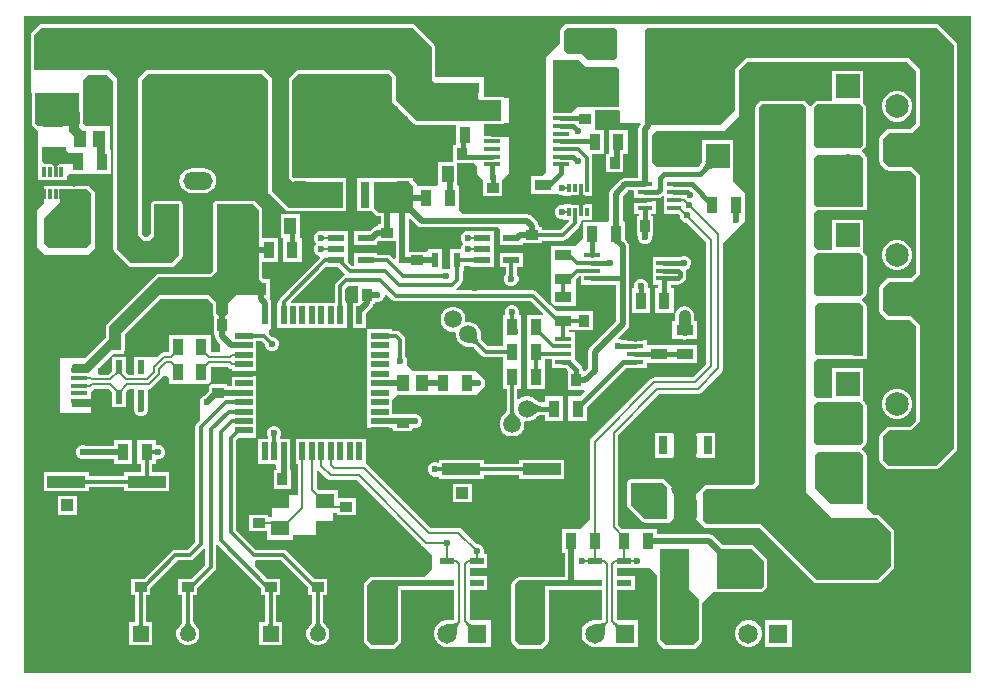
<source format=gtl>
G04*
G04 #@! TF.GenerationSoftware,Altium Limited,Altium Designer,23.11.1 (41)*
G04*
G04 Layer_Physical_Order=1*
G04 Layer_Color=255*
%FSAX44Y44*%
%MOMM*%
G71*
G04*
G04 #@! TF.SameCoordinates,9D00B8A6-494E-4DAA-AF83-715044521DEC*
G04*
G04*
G04 #@! TF.FilePolarity,Positive*
G04*
G01*
G75*
%ADD10C,0.3000*%
%ADD13C,0.2000*%
%ADD19R,1.1500X0.6000*%
%ADD20R,2.4000X3.4000*%
%ADD21R,0.8100X0.9900*%
%ADD22R,0.9900X0.8100*%
%ADD23R,1.8923X1.4986*%
%ADD24R,1.5200X2.1800*%
%ADD25R,0.9500X1.4500*%
%ADD26R,1.2000X0.4500*%
%ADD27R,1.4000X1.6000*%
%ADD28R,1.9000X1.9000*%
%ADD29R,3.2000X1.0000*%
%ADD30R,1.4500X0.4500*%
%ADD31R,0.3000X0.7500*%
%ADD32R,1.4500X0.9500*%
%ADD33R,1.5000X0.6000*%
%ADD34R,1.0200X1.4700*%
%ADD35R,1.3500X0.4500*%
%ADD36R,0.6500X1.5250*%
%ADD37R,1.0000X1.0000*%
%ADD38R,1.3000X0.9000*%
%ADD39R,0.6000X1.1500*%
%ADD40R,1.8000X1.1700*%
%ADD41R,2.7400X4.7500*%
%ADD42R,0.6000X1.5000*%
%ADD43R,2.2000X0.6100*%
%ADD44R,0.3000X0.8500*%
%ADD45R,1.6000X1.3000*%
%ADD46R,1.4000X0.6000*%
%ADD47R,0.6000X1.2500*%
%ADD48R,1.5000X2.1000*%
%ADD49R,1.3500X0.4000*%
%ADD50R,0.8000X2.2000*%
%ADD51R,5.8000X6.4000*%
G04:AMPARAMS|DCode=52|XSize=1.1mm|YSize=3.7mm|CornerRadius=0.0825mm|HoleSize=0mm|Usage=FLASHONLY|Rotation=90.000|XOffset=0mm|YOffset=0mm|HoleType=Round|Shape=RoundedRectangle|*
%AMROUNDEDRECTD52*
21,1,1.1000,3.5350,0,0,90.0*
21,1,0.9350,3.7000,0,0,90.0*
1,1,0.1650,1.7675,0.4675*
1,1,0.1650,1.7675,-0.4675*
1,1,0.1650,-1.7675,-0.4675*
1,1,0.1650,-1.7675,0.4675*
%
%ADD52ROUNDEDRECTD52*%
%ADD53C,1.0000*%
%ADD96C,1.7500*%
%ADD103C,0.5000*%
%ADD104C,0.6000*%
%ADD105C,0.4500*%
%ADD106R,1.9000X0.7500*%
%ADD107R,1.6000X1.1000*%
%ADD108R,0.8000X1.9000*%
%ADD109R,1.9000X8.3000*%
%ADD110R,4.1000X1.7500*%
%ADD111R,4.1000X1.7500*%
%ADD112O,2.5000X1.5000*%
%ADD113R,1.8600X1.8600*%
%ADD114C,1.8600*%
%ADD115C,1.9950*%
%ADD116R,1.9950X1.9950*%
%ADD117C,1.5750*%
%ADD118C,1.5000*%
%ADD119R,1.6500X1.6500*%
%ADD120C,1.6500*%
%ADD121C,1.3500*%
%ADD122R,1.3500X1.3500*%
%ADD123C,2.0850*%
%ADD124R,2.0850X2.0850*%
%ADD125C,2.1000*%
%ADD126R,2.1000X2.1000*%
%ADD127C,0.6000*%
%ADD128C,1.0000*%
G36*
X00809000Y00007000D02*
X00007000D01*
Y00563000D01*
X00809000D01*
Y00007000D01*
D02*
G37*
%LPC*%
G36*
X00780000Y00556059D02*
X00780000Y00556059D01*
X00535000D01*
X00535000Y00556059D01*
X00535000Y00556059D01*
X00507000D01*
X00507000Y00556059D01*
X00507000Y00556059D01*
X00467000D01*
X00467000Y00556059D01*
X00465830Y00555826D01*
X00464837Y00555163D01*
X00462337Y00552663D01*
X00461674Y00551671D01*
X00461441Y00550500D01*
X00461441Y00550500D01*
Y00540441D01*
X00449000Y00528000D01*
Y00430500D01*
X00446250Y00427750D01*
X00436250D01*
Y00412250D01*
X00456750D01*
Y00412469D01*
X00458020Y00412995D01*
X00459101Y00411913D01*
X00461306Y00411000D01*
X00463694D01*
X00464500Y00410461D01*
Y00410250D01*
X00478500D01*
X00478500Y00410250D01*
X00479500D01*
Y00410250D01*
X00479770Y00410250D01*
X00488500D01*
Y00416557D01*
X00488588Y00417000D01*
Y00442500D01*
X00488239Y00444256D01*
X00487755Y00444980D01*
X00488434Y00446250D01*
X00498250D01*
Y00466750D01*
X00490450D01*
Y00482941D01*
X00511000D01*
X00511459Y00481738D01*
Y00472545D01*
X00528818D01*
X00529344Y00471275D01*
X00529035Y00470965D01*
X00527819Y00469146D01*
X00527392Y00467000D01*
Y00426108D01*
X00516500D01*
X00514354Y00425681D01*
X00512535Y00424465D01*
X00504535Y00416465D01*
X00503319Y00414646D01*
X00502892Y00412500D01*
Y00390392D01*
X00500750Y00388250D01*
X00480750D01*
Y00374750D01*
X00474250Y00368250D01*
X00453750D01*
Y00352750D01*
Y00348250D01*
Y00332750D01*
Y00319035D01*
X00452480Y00318509D01*
X00441744Y00329244D01*
X00440256Y00330239D01*
X00438500Y00330588D01*
X00373283D01*
X00372896Y00331427D01*
X00372847Y00331858D01*
X00377244Y00336256D01*
X00378239Y00337744D01*
X00378588Y00339500D01*
Y00346750D01*
X00380000D01*
Y00351412D01*
X00385000D01*
Y00350000D01*
X00405000D01*
Y00362000D01*
X00405000D01*
Y00369000D01*
X00405000D01*
Y00381000D01*
X00385000D01*
Y00381000D01*
X00384691Y00380794D01*
X00384193Y00381000D01*
X00381807D01*
X00379601Y00380087D01*
X00377914Y00378399D01*
X00377000Y00376194D01*
Y00373806D01*
X00377914Y00371601D01*
X00379265Y00370250D01*
X00377914Y00368899D01*
X00377000Y00366693D01*
Y00365250D01*
X00368000D01*
Y00349419D01*
X00366730Y00348571D01*
X00365694Y00349000D01*
X00363307D01*
X00362270Y00348571D01*
X00361000Y00349419D01*
Y00365250D01*
X00349000D01*
Y00363681D01*
X00347950Y00363150D01*
X00333108D01*
Y00390802D01*
X00334281Y00391288D01*
X00340035Y00385535D01*
X00341854Y00384319D01*
X00344000Y00383892D01*
X00408608D01*
X00410000Y00382500D01*
Y00369000D01*
X00430000D01*
Y00370350D01*
X00445450D01*
Y00372812D01*
X00463900D01*
X00465656Y00373161D01*
X00467144Y00374156D01*
X00477244Y00384256D01*
X00478239Y00385744D01*
X00478588Y00387500D01*
Y00389385D01*
X00479500Y00390250D01*
X00479858Y00390250D01*
X00488500D01*
Y00403750D01*
X00479770D01*
X00479500Y00403750D01*
X00478500D01*
X00478230Y00403750D01*
X00464500D01*
Y00403539D01*
X00463694Y00403000D01*
X00461306D01*
X00459101Y00402087D01*
X00457413Y00400399D01*
X00456500Y00398194D01*
Y00395807D01*
X00457413Y00393601D01*
X00459101Y00391913D01*
X00461306Y00391000D01*
X00463694D01*
X00464500Y00390461D01*
Y00390250D01*
X00468465D01*
X00468991Y00388980D01*
X00462000Y00381988D01*
X00445450D01*
Y00384450D01*
X00443108D01*
Y00385500D01*
X00442681Y00387646D01*
X00441465Y00389465D01*
X00437465Y00393465D01*
X00435646Y00394681D01*
X00433500Y00395108D01*
X00378892D01*
X00375750Y00398250D01*
Y00418750D01*
X00374200Y00420300D01*
Y00438050D01*
X00384950D01*
Y00438397D01*
X00388103D01*
X00391000Y00435500D01*
Y00429500D01*
X00396050Y00424450D01*
Y00410350D01*
X00411950D01*
Y00424450D01*
X00417500Y00430000D01*
Y00461000D01*
X00414000D01*
Y00462000D01*
X00396500D01*
Y00470941D01*
X00411000D01*
X00411296Y00471000D01*
X00414000D01*
Y00472000D01*
X00417500D01*
Y00493500D01*
X00414000D01*
Y00494500D01*
X00411296D01*
X00411000Y00494559D01*
X00396500D01*
Y00511500D01*
X00356000D01*
X00355559Y00511941D01*
Y00536500D01*
X00355559Y00536500D01*
X00355326Y00537671D01*
X00354663Y00538663D01*
X00338163Y00555163D01*
X00337170Y00555826D01*
X00336000Y00556059D01*
X00336000Y00556059D01*
X00022000Y00556059D01*
X00022000Y00556059D01*
X00020829Y00555826D01*
X00019837Y00555163D01*
X00019837Y00555163D01*
X00013837Y00549163D01*
X00013837Y00549163D01*
X00013174Y00548171D01*
X00012941Y00547000D01*
X00012941Y00547000D01*
Y00517000D01*
Y00498159D01*
X00013925Y00497175D01*
Y00487825D01*
X00013941Y00487745D01*
Y00470233D01*
X00019441Y00464733D01*
Y00451750D01*
Y00439750D01*
X00019500Y00439454D01*
Y00438250D01*
X00019500D01*
Y00423750D01*
X00032205D01*
X00032500Y00423691D01*
X00035500Y00423691D01*
X00035796Y00423750D01*
X00043500D01*
Y00427850D01*
X00044264Y00428614D01*
X00045250Y00429250D01*
Y00429250D01*
X00045250Y00429250D01*
X00080750D01*
Y00449750D01*
X00079750D01*
Y00469750D01*
X00059750D01*
X00057150Y00472350D01*
Y00484450D01*
X00057059D01*
Y00487743D01*
X00057075Y00487825D01*
Y00497175D01*
Y00508575D01*
X00061500Y00513000D01*
X00077500D01*
X00082941Y00507559D01*
Y00365500D01*
X00083174Y00364329D01*
X00083837Y00363337D01*
X00095837Y00351337D01*
X00096829Y00350674D01*
X00098000Y00350441D01*
X00098000Y00350441D01*
X00132000D01*
X00133170Y00350674D01*
X00134163Y00351337D01*
X00134163Y00351337D01*
X00139876Y00357050D01*
X00140650D01*
Y00357824D01*
X00140663Y00357837D01*
X00141326Y00358829D01*
X00141559Y00360000D01*
X00141559Y00360000D01*
Y00403500D01*
X00141400Y00404298D01*
Y00405300D01*
X00140905D01*
X00140663Y00405663D01*
X00139670Y00406326D01*
X00138500Y00406559D01*
X00117500D01*
X00116329Y00406326D01*
X00115337Y00405663D01*
X00114674Y00404670D01*
X00114441Y00403500D01*
Y00378267D01*
X00111733Y00375559D01*
X00109767D01*
X00107059Y00378267D01*
Y00508733D01*
X00112267Y00513941D01*
X00208733D01*
X00213941Y00508733D01*
Y00414500D01*
X00213941Y00414500D01*
X00214174Y00413330D01*
X00214837Y00412337D01*
X00214837Y00412337D01*
X00228837Y00398337D01*
X00229830Y00397674D01*
X00231000Y00397441D01*
X00231000Y00397441D01*
X00277000D01*
X00277295Y00397500D01*
X00280100D01*
Y00425500D01*
X00277295D01*
X00277000Y00425559D01*
X00248950D01*
Y00425650D01*
X00235676D01*
X00234559Y00426767D01*
Y00508733D01*
X00239767Y00513941D01*
X00316233D01*
X00318941Y00511233D01*
Y00504000D01*
Y00491500D01*
X00318941Y00491500D01*
X00319174Y00490329D01*
X00319837Y00489337D01*
X00337337Y00471837D01*
X00338330Y00471174D01*
X00339500Y00470941D01*
X00339500Y00470941D01*
X00373250D01*
Y00453950D01*
X00370850D01*
Y00439350D01*
X00358000D01*
Y00421000D01*
X00355750Y00418750D01*
X00341303D01*
X00340176Y00418976D01*
X00339886Y00419869D01*
X00339826Y00420171D01*
X00339163Y00421163D01*
X00336450Y00423876D01*
Y00425650D01*
X00320550D01*
Y00425559D01*
X00303500D01*
X00303205Y00425500D01*
X00288900D01*
Y00397500D01*
X00301674D01*
X00304837Y00394337D01*
X00305830Y00393674D01*
X00307000Y00393441D01*
X00307000Y00393441D01*
X00309392D01*
Y00386450D01*
X00307050D01*
Y00385008D01*
X00306400D01*
X00304254Y00384581D01*
X00302435Y00383365D01*
X00300070Y00381000D01*
X00286500D01*
Y00369000D01*
X00306500D01*
Y00371569D01*
X00307281Y00372350D01*
X00321892D01*
Y00358140D01*
X00321673Y00357612D01*
X00320327Y00357162D01*
X00318244Y00359244D01*
X00316756Y00360239D01*
X00315000Y00360588D01*
X00306500D01*
Y00362000D01*
X00286500D01*
Y00351588D01*
X00284900D01*
X00281500Y00354989D01*
Y00362000D01*
X00281500D01*
Y00369000D01*
X00281500D01*
Y00381000D01*
X00261500D01*
Y00381000D01*
X00260809Y00380538D01*
X00259694Y00381000D01*
X00257306D01*
X00255101Y00380087D01*
X00253413Y00378399D01*
X00252500Y00376194D01*
Y00373806D01*
X00253413Y00371601D01*
X00254765Y00370250D01*
X00253413Y00368899D01*
X00252500Y00366693D01*
Y00364306D01*
X00253413Y00362101D01*
X00255101Y00360414D01*
X00257306Y00359500D01*
X00257741Y00358230D01*
X00223756Y00324244D01*
X00222761Y00322756D01*
X00222412Y00321000D01*
Y00320000D01*
X00221000D01*
Y00299000D01*
X00281000D01*
Y00320000D01*
X00279588D01*
Y00332099D01*
X00281901Y00334412D01*
X00290350D01*
Y00320780D01*
X00289569Y00320000D01*
X00285000D01*
Y00299000D01*
X00297000D01*
Y00311569D01*
X00301365Y00315935D01*
X00302581Y00317754D01*
X00302839Y00319050D01*
X00304450D01*
Y00320428D01*
X00305307Y00321000D01*
X00307694D01*
X00309899Y00321913D01*
X00311586Y00323601D01*
X00312500Y00325807D01*
Y00327215D01*
X00313770Y00327741D01*
X00318756Y00322756D01*
X00320244Y00321761D01*
X00322000Y00321412D01*
X00436600D01*
X00446991Y00311020D01*
X00446465Y00309750D01*
X00432750D01*
Y00290020D01*
X00432750Y00289250D01*
X00432750D01*
Y00288750D01*
X00432750D01*
Y00268250D01*
X00432750D01*
Y00267750D01*
X00432750D01*
Y00247250D01*
X00448250D01*
Y00267750D01*
X00448250D01*
Y00268250D01*
X00448250D01*
Y00272162D01*
X00454250D01*
Y00265000D01*
X00463483D01*
X00464000Y00264897D01*
X00466033D01*
X00467380Y00263550D01*
X00467850Y00262450D01*
X00467850D01*
X00467850Y00262450D01*
Y00246550D01*
X00480711D01*
X00481198Y00246550D01*
X00482134Y00245466D01*
X00482119Y00245189D01*
X00477680Y00240750D01*
X00468250D01*
Y00220250D01*
X00483750D01*
Y00231680D01*
X00516967Y00264897D01*
X00525000D01*
X00525517Y00265000D01*
X00534750D01*
Y00267980D01*
X00534750Y00269250D01*
X00555250D01*
Y00269250D01*
X00556250Y00269250D01*
Y00269250D01*
X00576750D01*
Y00284750D01*
X00556250D01*
Y00284750D01*
X00555250Y00284750D01*
Y00284750D01*
X00534750D01*
X00534750Y00286020D01*
Y00288500D01*
X00525517D01*
X00525000Y00288603D01*
X00513859D01*
X00511693Y00289500D01*
X00511090D01*
X00510604Y00290673D01*
X00517965Y00298035D01*
X00519181Y00299854D01*
X00519608Y00302000D01*
Y00340750D01*
Y00368000D01*
X00519181Y00370146D01*
X00517965Y00371965D01*
X00516250Y00373680D01*
Y00388250D01*
X00514108Y00390392D01*
Y00410177D01*
X00518823Y00414892D01*
X00524000D01*
Y00408500D01*
X00532483D01*
X00533000Y00408397D01*
X00543250Y00408397D01*
X00545298Y00408805D01*
X00547035Y00409965D01*
X00547827Y00410757D01*
X00549000Y00410271D01*
Y00402000D01*
Y00395500D01*
X00561232D01*
X00562500Y00394232D01*
Y00392807D01*
X00563414Y00390601D01*
X00565101Y00388913D01*
X00567307Y00388000D01*
X00568732D01*
X00584922Y00371811D01*
Y00268675D01*
X00573325Y00257078D01*
X00541015D01*
X00541015Y00257078D01*
X00539454Y00256768D01*
X00538131Y00255884D01*
X00538131Y00255884D01*
X00487616Y00205369D01*
X00486732Y00204046D01*
X00486422Y00202485D01*
X00486422Y00202485D01*
Y00136922D01*
X00478250Y00128750D01*
X00462750D01*
Y00108250D01*
X00464892D01*
Y00088108D01*
X00442000D01*
X00441754Y00088059D01*
X00426500D01*
X00426500Y00088059D01*
X00425330Y00087826D01*
X00424337Y00087163D01*
X00420837Y00083663D01*
X00420174Y00082670D01*
X00419941Y00081500D01*
X00419941Y00081500D01*
Y00034000D01*
X00419941Y00034000D01*
X00420174Y00032829D01*
X00420837Y00031837D01*
X00420837Y00031837D01*
X00424837Y00027837D01*
X00425830Y00027174D01*
X00427000Y00026941D01*
X00427000Y00026941D01*
X00444500D01*
X00444500Y00026941D01*
X00445671Y00027174D01*
X00446663Y00027837D01*
X00446663Y00027837D01*
X00450663Y00031837D01*
X00451326Y00032829D01*
X00451559Y00034000D01*
X00451559Y00034000D01*
Y00076892D01*
X00481750D01*
Y00076500D01*
X00496422D01*
Y00051892D01*
X00496114Y00051791D01*
X00495529Y00051650D01*
X00494877Y00051537D01*
X00491852Y00051313D01*
X00490670Y00051308D01*
X00490383Y00051250D01*
X00489119D01*
X00486258Y00050483D01*
X00483692Y00049002D01*
X00481598Y00046908D01*
X00480117Y00044342D01*
X00479350Y00041481D01*
Y00038519D01*
X00480117Y00035658D01*
X00481598Y00033092D01*
X00483692Y00030998D01*
X00486258Y00029517D01*
X00489119Y00028750D01*
X00489119Y00028750D01*
X00489119Y00028750D01*
X00527250D01*
Y00051250D01*
X00510545D01*
X00510360Y00051407D01*
X00509578Y00052189D01*
Y00076500D01*
X00524250D01*
Y00088500D01*
X00509578D01*
Y00095500D01*
X00524250D01*
Y00095500D01*
X00524463Y00095642D01*
X00524807Y00095500D01*
X00537000D01*
X00542941Y00089559D01*
Y00034500D01*
X00542941Y00034500D01*
X00543174Y00033330D01*
X00543837Y00032337D01*
X00543837Y00032337D01*
X00548337Y00027837D01*
X00549329Y00027174D01*
X00550500Y00026941D01*
X00550500Y00026941D01*
X00574000D01*
X00574000Y00026941D01*
X00575171Y00027174D01*
X00576163Y00027837D01*
X00576163Y00027837D01*
X00580663Y00032337D01*
X00581326Y00033330D01*
X00581559Y00034500D01*
X00581559Y00034500D01*
Y00065559D01*
X00590941Y00074941D01*
X00631000D01*
X00631000Y00074941D01*
X00632170Y00075174D01*
X00633163Y00075837D01*
X00635663Y00078337D01*
X00636326Y00079330D01*
X00636559Y00080500D01*
X00636559Y00080500D01*
Y00087050D01*
X00636650D01*
Y00102950D01*
X00636139D01*
X00635663Y00103663D01*
X00625163Y00114163D01*
X00624170Y00114826D01*
X00623000Y00115059D01*
X00623000Y00115059D01*
X00598872D01*
X00591465Y00122465D01*
X00589646Y00123681D01*
X00587500Y00124108D01*
X00543250D01*
Y00128750D01*
X00513518D01*
X00510578Y00131689D01*
Y00208311D01*
X00545189Y00242922D01*
X00577500D01*
X00577500Y00242922D01*
X00579061Y00243232D01*
X00580384Y00244116D01*
X00597884Y00261616D01*
X00597884Y00261616D01*
X00598768Y00262939D01*
X00599078Y00264500D01*
X00599078Y00264500D01*
Y00370593D01*
X00617750Y00389265D01*
Y00392750D01*
Y00413250D01*
X00607925Y00423075D01*
Y00430675D01*
Y00457525D01*
X00581075D01*
Y00440212D01*
X00581047Y00440069D01*
X00581075Y00439927D01*
Y00438564D01*
X00580786Y00438148D01*
X00579729Y00436899D01*
X00577683Y00434853D01*
X00542647D01*
X00538608Y00438892D01*
Y00461608D01*
X00542500Y00465500D01*
X00600000D01*
X00612559Y00478059D01*
Y00483000D01*
X00612559Y00483000D01*
X00612559Y00483000D01*
Y00516733D01*
X00619767Y00523941D01*
X00755233D01*
X00762441Y00516733D01*
Y00471767D01*
X00757733Y00467059D01*
X00739500D01*
X00738329Y00466826D01*
X00737337Y00466163D01*
X00737337Y00466163D01*
X00732337Y00461163D01*
X00731674Y00460171D01*
X00731441Y00459000D01*
X00731441Y00459000D01*
Y00440000D01*
X00731674Y00438829D01*
X00732337Y00437837D01*
X00732337Y00437837D01*
X00737337Y00432837D01*
X00738329Y00432174D01*
X00739500Y00431941D01*
X00739500Y00431941D01*
X00757733D01*
X00762441Y00427233D01*
Y00345267D01*
X00758233Y00341059D01*
X00739500D01*
X00738329Y00340826D01*
X00737337Y00340163D01*
X00737337Y00340163D01*
X00732337Y00335163D01*
X00731674Y00334170D01*
X00731441Y00333000D01*
X00731441Y00333000D01*
Y00313500D01*
X00731674Y00312329D01*
X00732337Y00311337D01*
X00732337Y00311337D01*
X00737337Y00306337D01*
X00738329Y00305674D01*
X00739500Y00305441D01*
X00739500Y00305441D01*
X00757233D01*
X00762441Y00300233D01*
Y00220267D01*
X00757233Y00215059D01*
X00739500D01*
X00738329Y00214826D01*
X00737337Y00214163D01*
X00737337Y00214163D01*
X00732337Y00209163D01*
X00731674Y00208171D01*
X00731441Y00207000D01*
X00731441Y00207000D01*
Y00187000D01*
X00731674Y00185829D01*
X00732337Y00184837D01*
X00732337Y00184837D01*
X00737337Y00179837D01*
X00738329Y00179174D01*
X00739500Y00178941D01*
X00739500Y00178941D01*
X00779500D01*
X00780670Y00179174D01*
X00781663Y00179837D01*
X00781663Y00179837D01*
X00796663Y00194837D01*
X00797326Y00195830D01*
X00797559Y00197000D01*
X00797559Y00197000D01*
Y00538500D01*
X00797326Y00539670D01*
X00796663Y00540663D01*
X00782163Y00555163D01*
X00781171Y00555826D01*
X00780000Y00556059D01*
D02*
G37*
G36*
X00717470Y00516475D02*
X00691520D01*
Y00491059D01*
X00679000D01*
X00679000Y00491059D01*
X00677830Y00490826D01*
X00676837Y00490163D01*
X00674337Y00487663D01*
X00673674Y00486670D01*
X00673647Y00486537D01*
X00672353Y00486537D01*
X00672326Y00486670D01*
X00671663Y00487663D01*
X00671663Y00487663D01*
X00669163Y00490163D01*
X00668170Y00490826D01*
X00667000Y00491059D01*
X00667000Y00491059D01*
X00632000D01*
X00632000Y00491059D01*
X00630830Y00490826D01*
X00629837Y00490163D01*
X00627337Y00487663D01*
X00626674Y00486670D01*
X00626441Y00485500D01*
X00626441Y00485500D01*
Y00477450D01*
X00626350D01*
Y00461550D01*
X00626441D01*
Y00351450D01*
X00626350D01*
Y00335550D01*
X00626441D01*
Y00225450D01*
X00626350D01*
Y00209550D01*
X00626441D01*
Y00168267D01*
X00623733Y00165559D01*
X00585500D01*
X00585500Y00165559D01*
X00585500Y00165559D01*
X00584233D01*
X00576500Y00157826D01*
Y00137174D01*
X00583337Y00130337D01*
X00583337Y00130337D01*
X00583337Y00130337D01*
X00584233Y00129441D01*
X00585500D01*
X00585500Y00129441D01*
X00585500Y00129441D01*
X00630233D01*
X00654337Y00105337D01*
X00654337Y00105337D01*
X00676337Y00083337D01*
X00677329Y00082674D01*
X00678500Y00082441D01*
X00678500Y00082441D01*
X00729500D01*
X00729500Y00082441D01*
X00730670Y00082674D01*
X00731663Y00083337D01*
X00731663Y00083337D01*
X00743163Y00094837D01*
X00743826Y00095829D01*
X00744059Y00097000D01*
X00744059Y00097000D01*
Y00126000D01*
X00744059Y00126000D01*
X00743826Y00127170D01*
X00743163Y00128163D01*
X00743163Y00128163D01*
X00730767Y00140559D01*
X00729500D01*
X00729500Y00140559D01*
X00729500Y00140559D01*
X00726641D01*
X00720650Y00146550D01*
Y00149456D01*
X00720659Y00149500D01*
Y00191000D01*
X00720659Y00191000D01*
X00720426Y00192171D01*
X00719763Y00193163D01*
X00717263Y00195663D01*
X00717128Y00195753D01*
Y00197280D01*
X00717213Y00197337D01*
X00719713Y00199837D01*
X00720376Y00200829D01*
X00720609Y00202000D01*
X00720609Y00202000D01*
Y00233500D01*
X00720609Y00233500D01*
X00720376Y00234671D01*
X00719713Y00235663D01*
X00717945Y00237431D01*
X00717520Y00238525D01*
X00717520Y00238525D01*
X00717520D01*
X00717520Y00238525D01*
Y00264475D01*
X00691570D01*
Y00239059D01*
X00679050D01*
X00676500Y00241609D01*
Y00269991D01*
X00677680Y00271171D01*
X00677680Y00271171D01*
X00677680Y00271171D01*
X00678950Y00272441D01*
X00679000D01*
X00679000Y00272441D01*
X00717600D01*
X00718147Y00272550D01*
X00720650D01*
Y00275456D01*
X00720659Y00275500D01*
Y00317000D01*
X00720659Y00317000D01*
X00720426Y00318171D01*
X00719763Y00319163D01*
X00717263Y00321663D01*
X00717128Y00321753D01*
Y00323280D01*
X00717213Y00323337D01*
X00719713Y00325837D01*
X00720376Y00326829D01*
X00720609Y00328000D01*
X00720609Y00328000D01*
Y00359500D01*
X00720609Y00359500D01*
X00720376Y00360671D01*
X00719713Y00361663D01*
X00717945Y00363431D01*
X00717520Y00364525D01*
X00717520Y00364525D01*
X00717520D01*
X00717520Y00364525D01*
Y00390475D01*
X00691570D01*
Y00365059D01*
X00679050D01*
X00677780Y00366329D01*
Y00366329D01*
X00677780Y00366329D01*
X00676500Y00367609D01*
Y00395991D01*
X00677680Y00397171D01*
X00677680Y00397171D01*
X00677680Y00397171D01*
X00678950Y00398441D01*
X00678950Y00398441D01*
X00717550D01*
X00718097Y00398550D01*
X00720650D01*
Y00414450D01*
X00720609D01*
Y00443000D01*
X00720609Y00443000D01*
X00720376Y00444171D01*
X00719713Y00445163D01*
X00717213Y00447663D01*
X00717078Y00447753D01*
Y00449280D01*
X00717163Y00449337D01*
X00719663Y00451837D01*
X00720326Y00452829D01*
X00720559Y00454000D01*
X00720559Y00454000D01*
Y00485500D01*
X00720559Y00485500D01*
X00720326Y00486670D01*
X00719663Y00487663D01*
X00717895Y00489431D01*
X00717470Y00490525D01*
X00717470Y00490525D01*
X00717470D01*
X00717470Y00490525D01*
Y00516475D01*
D02*
G37*
G36*
X00748113Y00499475D02*
X00744697D01*
X00741397Y00498591D01*
X00738438Y00496883D01*
X00736022Y00494467D01*
X00734314Y00491508D01*
X00733430Y00488208D01*
Y00484792D01*
X00734314Y00481492D01*
X00736022Y00478533D01*
X00738438Y00476117D01*
X00741397Y00474409D01*
X00744697Y00473525D01*
X00748113D01*
X00751413Y00474409D01*
X00754372Y00476117D01*
X00756788Y00478533D01*
X00758496Y00481492D01*
X00759380Y00484792D01*
Y00488208D01*
X00758496Y00491508D01*
X00756788Y00494467D01*
X00754372Y00496883D01*
X00751413Y00498591D01*
X00748113Y00499475D01*
D02*
G37*
G36*
X00518250Y00466750D02*
X00502750D01*
Y00446450D01*
X00500350D01*
Y00430550D01*
X00514450D01*
Y00439307D01*
X00514608Y00440100D01*
Y00446250D01*
X00518250D01*
Y00466750D01*
D02*
G37*
G36*
X00159500Y00434091D02*
X00149500D01*
X00146759Y00433730D01*
X00144205Y00432672D01*
X00142011Y00430989D01*
X00140328Y00428795D01*
X00139270Y00426241D01*
X00138909Y00423500D01*
X00139270Y00420759D01*
X00140328Y00418205D01*
X00142011Y00416011D01*
X00144205Y00414328D01*
X00146759Y00413270D01*
X00149500Y00412909D01*
X00159500D01*
X00162241Y00413270D01*
X00164795Y00414328D01*
X00166989Y00416011D01*
X00168672Y00418205D01*
X00169730Y00420759D01*
X00170091Y00423500D01*
X00169730Y00426241D01*
X00168672Y00428795D01*
X00166989Y00430989D01*
X00164795Y00432672D01*
X00162241Y00433730D01*
X00159500Y00434091D01*
D02*
G37*
G36*
X00533000Y00406103D02*
X00532483Y00406000D01*
X00524000D01*
Y00395500D01*
X00527647D01*
Y00393450D01*
X00526050D01*
Y00377550D01*
X00526428D01*
X00527000Y00376693D01*
Y00374306D01*
X00527913Y00372101D01*
X00529601Y00370414D01*
X00531806Y00369500D01*
X00534193D01*
X00536399Y00370414D01*
X00538087Y00372101D01*
X00539000Y00374306D01*
Y00376693D01*
X00540020Y00377550D01*
X00540150D01*
Y00393450D01*
X00538353D01*
Y00395500D01*
X00542000D01*
Y00406000D01*
X00533517D01*
X00533000Y00406103D01*
D02*
G37*
G36*
X00060250Y00419309D02*
X00060250Y00419309D01*
X00037500D01*
X00037204Y00419250D01*
X00024500D01*
Y00404750D01*
X00018000Y00398250D01*
Y00367500D01*
X00025000Y00360500D01*
X00061500D01*
X00067059Y00366059D01*
Y00370500D01*
X00067059Y00370500D01*
X00067059Y00370500D01*
Y00412500D01*
X00067059Y00412500D01*
X00067059Y00412500D01*
Y00413767D01*
X00061517Y00419309D01*
X00060250D01*
X00060250Y00419309D01*
D02*
G37*
G36*
X00240700Y00395350D02*
X00224500D01*
Y00374650D01*
X00226750D01*
Y00354250D01*
X00242250D01*
Y00374750D01*
X00240700D01*
Y00395350D01*
D02*
G37*
G36*
X00748163Y00373475D02*
X00744747D01*
X00741447Y00372591D01*
X00738488Y00370883D01*
X00736072Y00368467D01*
X00734364Y00365508D01*
X00733480Y00362208D01*
Y00358792D01*
X00734364Y00355492D01*
X00736072Y00352533D01*
X00738488Y00350117D01*
X00741447Y00348409D01*
X00744747Y00347525D01*
X00748163D01*
X00751463Y00348409D01*
X00754422Y00350117D01*
X00756838Y00352533D01*
X00758546Y00355492D01*
X00759430Y00358792D01*
Y00362208D01*
X00758546Y00365508D01*
X00756838Y00368467D01*
X00754422Y00370883D01*
X00751463Y00372591D01*
X00748163Y00373475D01*
D02*
G37*
G36*
X00430000Y00362000D02*
X00410000D01*
Y00350000D01*
X00415412D01*
Y00344397D01*
X00414913Y00343899D01*
X00414000Y00341693D01*
Y00339306D01*
X00414913Y00337101D01*
X00416601Y00335414D01*
X00418806Y00334500D01*
X00421194D01*
X00423399Y00335414D01*
X00425087Y00337101D01*
X00426000Y00339306D01*
Y00341693D01*
X00425087Y00343899D01*
X00424588Y00344397D01*
Y00350000D01*
X00430000D01*
Y00362000D01*
D02*
G37*
G36*
X00567193Y00360000D02*
X00564807D01*
X00562640Y00359103D01*
X00549500D01*
X00548983Y00359000D01*
X00539750D01*
Y00348500D01*
Y00342000D01*
X00539750D01*
Y00335500D01*
X00544147D01*
Y00332250D01*
X00541750D01*
Y00311750D01*
X00557250D01*
Y00332250D01*
X00554853D01*
Y00335397D01*
X00560750D01*
X00562798Y00335805D01*
X00564535Y00336965D01*
X00566285Y00338715D01*
X00567445Y00340452D01*
X00567853Y00342500D01*
Y00345500D01*
X00567577Y00346889D01*
X00567445Y00347548D01*
X00568351Y00348479D01*
X00569399Y00348913D01*
X00571087Y00350601D01*
X00572000Y00352807D01*
Y00355193D01*
X00571087Y00357399D01*
X00569399Y00359087D01*
X00567193Y00360000D01*
D02*
G37*
G36*
X00530694Y00340500D02*
X00528307D01*
X00526101Y00339586D01*
X00524413Y00337899D01*
X00523500Y00335694D01*
Y00333307D01*
X00523500Y00333306D01*
X00522795Y00332250D01*
X00521750D01*
Y00311750D01*
X00537250D01*
Y00332250D01*
X00536205D01*
X00535500Y00333306D01*
X00535500Y00333307D01*
Y00335694D01*
X00534587Y00337899D01*
X00532899Y00339586D01*
X00530694Y00340500D01*
D02*
G37*
G36*
X00566500Y00317069D02*
X00565976Y00317000D01*
X00565447D01*
X00564936Y00316863D01*
X00564412Y00316794D01*
X00563923Y00316592D01*
X00563412Y00316455D01*
X00562954Y00316190D01*
X00562466Y00315988D01*
X00562046Y00315666D01*
X00561588Y00315402D01*
X00561214Y00315028D01*
X00560794Y00314706D01*
X00560472Y00314286D01*
X00560098Y00313912D01*
X00559834Y00313454D01*
X00559512Y00313034D01*
X00559310Y00312546D01*
X00559045Y00312088D01*
X00558908Y00311577D01*
X00558706Y00311088D01*
X00558637Y00310564D01*
X00558500Y00310053D01*
Y00309524D01*
X00558431Y00309000D01*
Y00304750D01*
X00556250D01*
Y00289250D01*
X00564305D01*
X00564412Y00289206D01*
X00566500Y00288931D01*
X00568588Y00289206D01*
X00568695Y00289250D01*
X00576750D01*
Y00304750D01*
X00574569D01*
Y00309000D01*
X00574500Y00309524D01*
Y00310053D01*
X00574363Y00310564D01*
X00574294Y00311088D01*
X00574092Y00311577D01*
X00573955Y00312088D01*
X00573690Y00312546D01*
X00573488Y00313034D01*
X00573166Y00313454D01*
X00572902Y00313912D01*
X00572528Y00314286D01*
X00572206Y00314706D01*
X00571786Y00315028D01*
X00571412Y00315402D01*
X00570954Y00315666D01*
X00570535Y00315988D01*
X00570046Y00316190D01*
X00569588Y00316455D01*
X00569077Y00316592D01*
X00568588Y00316794D01*
X00568064Y00316863D01*
X00567553Y00317000D01*
X00567024D01*
X00566500Y00317069D01*
D02*
G37*
G36*
X00421693Y00318000D02*
X00419307D01*
X00417101Y00317087D01*
X00415414Y00315399D01*
X00414500Y00313193D01*
Y00310807D01*
X00414500Y00310806D01*
X00413795Y00309750D01*
X00412750D01*
Y00290020D01*
X00412750Y00289250D01*
X00412750Y00287980D01*
Y00283088D01*
X00400401D01*
X00394953Y00288536D01*
X00394850Y00288687D01*
X00394704Y00288965D01*
X00394555Y00289329D01*
X00394414Y00289785D01*
X00394288Y00290332D01*
X00394192Y00290930D01*
X00394067Y00292541D01*
X00394058Y00293455D01*
X00394000Y00293734D01*
Y00294882D01*
X00393284Y00297553D01*
X00391902Y00299947D01*
X00389947Y00301902D01*
X00387553Y00303284D01*
X00384882Y00304000D01*
X00382118D01*
X00381908Y00303944D01*
X00381000Y00305015D01*
Y00307582D01*
X00380284Y00310253D01*
X00378902Y00312647D01*
X00376947Y00314602D01*
X00374553Y00315984D01*
X00371882Y00316700D01*
X00369118D01*
X00366447Y00315984D01*
X00364053Y00314602D01*
X00362098Y00312647D01*
X00360716Y00310253D01*
X00360000Y00307582D01*
Y00304818D01*
X00360716Y00302147D01*
X00362098Y00299753D01*
X00364053Y00297798D01*
X00366447Y00296416D01*
X00369118Y00295700D01*
X00371882D01*
X00372092Y00295756D01*
X00373000Y00294685D01*
Y00292118D01*
X00373716Y00289447D01*
X00375098Y00287053D01*
X00377053Y00285098D01*
X00379447Y00283716D01*
X00382118Y00283000D01*
X00383234D01*
X00383481Y00282943D01*
X00385340Y00282886D01*
X00386031Y00282814D01*
X00386668Y00282712D01*
X00387215Y00282586D01*
X00387671Y00282445D01*
X00388035Y00282297D01*
X00388313Y00282150D01*
X00388464Y00282047D01*
X00395256Y00275256D01*
X00396744Y00274261D01*
X00398500Y00273912D01*
X00412750D01*
Y00269020D01*
X00412750Y00268250D01*
X00412750Y00266980D01*
Y00247250D01*
X00415912D01*
Y00229109D01*
X00415877Y00228928D01*
X00415785Y00228629D01*
X00415632Y00228266D01*
X00415410Y00227844D01*
X00415112Y00227369D01*
X00414757Y00226877D01*
X00413706Y00225651D01*
X00413066Y00224998D01*
X00412910Y00224759D01*
X00412098Y00223947D01*
X00410716Y00221553D01*
X00410000Y00218882D01*
Y00216118D01*
X00410716Y00213447D01*
X00412098Y00211053D01*
X00414053Y00209098D01*
X00416447Y00207716D01*
X00419118Y00207000D01*
X00421882D01*
X00424553Y00207716D01*
X00426947Y00209098D01*
X00428902Y00211053D01*
X00430284Y00213447D01*
X00431000Y00216118D01*
Y00218882D01*
X00430944Y00219092D01*
X00432015Y00220000D01*
X00434582D01*
X00437253Y00220716D01*
X00439647Y00222098D01*
X00440449Y00222900D01*
X00440677Y00223046D01*
X00441201Y00223550D01*
X00441650Y00223931D01*
X00442086Y00224254D01*
X00442508Y00224520D01*
X00442916Y00224735D01*
X00443312Y00224904D01*
X00443698Y00225030D01*
X00444080Y00225118D01*
X00444292Y00225147D01*
X00448250D01*
Y00220250D01*
X00463750D01*
Y00240750D01*
X00448250D01*
Y00235853D01*
X00444292D01*
X00444080Y00235882D01*
X00443698Y00235970D01*
X00443312Y00236096D01*
X00442916Y00236264D01*
X00442508Y00236480D01*
X00442086Y00236746D01*
X00441650Y00237069D01*
X00441201Y00237450D01*
X00440677Y00237954D01*
X00440449Y00238100D01*
X00439647Y00238902D01*
X00437253Y00240284D01*
X00434582Y00241000D01*
X00431818D01*
X00429147Y00240284D01*
X00426753Y00238902D01*
X00426261Y00238411D01*
X00425088Y00238897D01*
Y00247250D01*
X00428250D01*
Y00266980D01*
X00428250Y00267750D01*
X00428250Y00269020D01*
Y00287980D01*
X00428250Y00288750D01*
X00428250Y00290020D01*
Y00294226D01*
X00428358Y00294770D01*
Y00297270D01*
X00428250Y00297815D01*
Y00309750D01*
X00427205D01*
X00426500Y00310806D01*
X00426500Y00310807D01*
Y00313193D01*
X00425587Y00315399D01*
X00423899Y00317087D01*
X00421693Y00318000D01*
D02*
G37*
G36*
X00201500Y00406559D02*
X00201500Y00406559D01*
X00170500D01*
X00169329Y00406326D01*
X00168337Y00405663D01*
X00167674Y00404670D01*
X00167441Y00403500D01*
Y00360000D01*
Y00347267D01*
X00164733Y00344559D01*
X00121000D01*
X00119829Y00344326D01*
X00118837Y00343663D01*
X00118837Y00343663D01*
X00085837Y00310663D01*
X00085837Y00310663D01*
X00077337Y00302163D01*
X00076674Y00301171D01*
X00076441Y00300000D01*
X00076441Y00300000D01*
Y00295000D01*
X00076441Y00295000D01*
X00076441Y00295000D01*
Y00290767D01*
X00059174Y00273500D01*
X00037500D01*
Y00226500D01*
X00064000D01*
Y00244500D01*
X00066672Y00247172D01*
X00078561D01*
X00081500Y00244232D01*
Y00231750D01*
X00093500D01*
Y00244232D01*
X00096439Y00247172D01*
X00100500D01*
Y00231750D01*
X00100500D01*
X00100642Y00231537D01*
X00100500Y00231194D01*
Y00228806D01*
X00101413Y00226601D01*
X00103101Y00224913D01*
X00105307Y00224000D01*
X00107694D01*
X00109899Y00224913D01*
X00111587Y00226601D01*
X00112500Y00228806D01*
Y00231194D01*
X00112358Y00231537D01*
X00112500Y00231750D01*
X00112500D01*
Y00245928D01*
X00112750Y00247172D01*
X00114311Y00247482D01*
X00115634Y00248366D01*
X00124384Y00257116D01*
X00124384Y00257116D01*
X00124808Y00257751D01*
X00124841Y00257777D01*
X00125869Y00258500D01*
X00125869D01*
D01*
X00127031Y00258500D01*
X00128270Y00258230D01*
X00129104Y00257396D01*
X00129750Y00256750D01*
Y00251250D01*
X00162321D01*
X00163550Y00251150D01*
X00163550Y00249980D01*
Y00245481D01*
X00159548Y00241479D01*
X00158601Y00241087D01*
X00156913Y00239399D01*
X00156000Y00237194D01*
Y00220489D01*
X00153756Y00218244D01*
X00152761Y00216756D01*
X00152412Y00215000D01*
Y00117900D01*
X00145599Y00111088D01*
X00135500D01*
X00133744Y00110739D01*
X00132256Y00109744D01*
X00109161Y00086650D01*
X00098050D01*
Y00072550D01*
X00101412D01*
Y00049750D01*
X00096250D01*
Y00030250D01*
X00115750D01*
Y00049750D01*
X00110588D01*
Y00072550D01*
X00113950D01*
Y00078461D01*
X00137401Y00101912D01*
X00147500D01*
X00149256Y00102261D01*
X00150744Y00103256D01*
X00159642Y00112153D01*
X00160912Y00111627D01*
Y00098400D01*
X00149161Y00086650D01*
X00138050D01*
Y00072550D01*
X00141412D01*
Y00050382D01*
X00141388Y00050247D01*
X00141314Y00049991D01*
X00141192Y00049687D01*
X00141016Y00049336D01*
X00140776Y00048941D01*
X00140495Y00048540D01*
X00139622Y00047505D01*
X00139087Y00046958D01*
X00138933Y00046722D01*
X00138198Y00045987D01*
X00136915Y00043763D01*
X00136250Y00041284D01*
Y00038716D01*
X00136915Y00036237D01*
X00138198Y00034013D01*
X00140013Y00032198D01*
X00142237Y00030914D01*
X00144716Y00030250D01*
X00147284D01*
X00149763Y00030914D01*
X00151987Y00032198D01*
X00153802Y00034013D01*
X00155085Y00036237D01*
X00155750Y00038716D01*
Y00041284D01*
X00155085Y00043763D01*
X00153802Y00045987D01*
X00153067Y00046722D01*
X00152913Y00046958D01*
X00152351Y00047533D01*
X00151905Y00048035D01*
X00151529Y00048506D01*
X00151224Y00048941D01*
X00150984Y00049336D01*
X00150808Y00049687D01*
X00150686Y00049991D01*
X00150612Y00050247D01*
X00150588Y00050382D01*
Y00072550D01*
X00153950D01*
Y00078461D01*
X00168744Y00093256D01*
X00169739Y00094744D01*
X00170088Y00096500D01*
Y00114627D01*
X00171358Y00115153D01*
X00208050Y00078461D01*
Y00072550D01*
X00211412D01*
Y00049750D01*
X00206250D01*
Y00030250D01*
X00225750D01*
Y00049750D01*
X00220588D01*
Y00072550D01*
X00223950D01*
Y00086650D01*
X00212839D01*
X00202500Y00096989D01*
Y00100500D01*
X00203912Y00101912D01*
X00224600D01*
X00248050Y00078461D01*
Y00072550D01*
X00251412D01*
Y00050382D01*
X00251388Y00050247D01*
X00251314Y00049991D01*
X00251192Y00049687D01*
X00251016Y00049336D01*
X00250776Y00048941D01*
X00250495Y00048540D01*
X00249622Y00047505D01*
X00249087Y00046958D01*
X00248933Y00046722D01*
X00248198Y00045987D01*
X00246914Y00043763D01*
X00246250Y00041284D01*
Y00038716D01*
X00246914Y00036237D01*
X00248198Y00034013D01*
X00250013Y00032198D01*
X00252237Y00030914D01*
X00254716Y00030250D01*
X00257284D01*
X00259763Y00030914D01*
X00261987Y00032198D01*
X00263802Y00034013D01*
X00265086Y00036237D01*
X00265750Y00038716D01*
Y00041284D01*
X00265086Y00043763D01*
X00263802Y00045987D01*
X00263067Y00046722D01*
X00262913Y00046958D01*
X00262351Y00047533D01*
X00261905Y00048035D01*
X00261529Y00048506D01*
X00261224Y00048941D01*
X00260984Y00049336D01*
X00260807Y00049687D01*
X00260686Y00049991D01*
X00260612Y00050247D01*
X00260588Y00050382D01*
Y00072550D01*
X00263950D01*
Y00086650D01*
X00252839D01*
X00229744Y00109744D01*
X00228256Y00110739D01*
X00226500Y00111088D01*
X00203901D01*
X00187088Y00127900D01*
Y00203599D01*
X00189489Y00206000D01*
X00204000D01*
Y00214000D01*
Y00222000D01*
Y00230000D01*
Y00238000D01*
Y00246000D01*
Y00258000D01*
X00183000D01*
Y00249608D01*
X00179450D01*
Y00251150D01*
X00166479D01*
X00165250Y00251250D01*
X00165250Y00252420D01*
Y00265922D01*
X00179811D01*
X00180616Y00265116D01*
X00180616Y00265116D01*
X00181939Y00264232D01*
X00183000Y00264021D01*
Y00262000D01*
X00204000D01*
Y00270000D01*
Y00278000D01*
Y00287412D01*
X00208599D01*
X00211000Y00285011D01*
Y00284307D01*
X00211913Y00282101D01*
X00213601Y00280413D01*
X00215807Y00279500D01*
X00218193D01*
X00220399Y00280413D01*
X00222087Y00282101D01*
X00223000Y00284307D01*
Y00286693D01*
X00222087Y00288899D01*
X00220399Y00290586D01*
X00218193Y00291500D01*
X00217489D01*
X00215000Y00293989D01*
Y00297000D01*
X00217000Y00299000D01*
Y00320000D01*
X00216608D01*
X00216181Y00322146D01*
X00215626Y00322977D01*
X00215150Y00324050D01*
Y00339950D01*
X00210081D01*
X00209059Y00340972D01*
Y00354250D01*
X00222250D01*
Y00374750D01*
X00209059D01*
Y00399000D01*
X00208826Y00400171D01*
X00208163Y00401163D01*
X00203663Y00405663D01*
X00202670Y00406326D01*
X00201500Y00406559D01*
D02*
G37*
G36*
X00748163Y00247475D02*
X00744747D01*
X00741447Y00246591D01*
X00738488Y00244883D01*
X00736072Y00242467D01*
X00734364Y00239508D01*
X00733480Y00236208D01*
Y00232792D01*
X00734364Y00229492D01*
X00736072Y00226533D01*
X00738488Y00224117D01*
X00741447Y00222409D01*
X00744747Y00221525D01*
X00748163D01*
X00751463Y00222409D01*
X00754422Y00224117D01*
X00756838Y00226533D01*
X00758546Y00229492D01*
X00759430Y00232792D01*
Y00236208D01*
X00758546Y00239508D01*
X00756838Y00242467D01*
X00754422Y00244883D01*
X00751463Y00246591D01*
X00748163Y00247475D01*
D02*
G37*
G36*
X00319000Y00298000D02*
X00298000D01*
Y00286000D01*
Y00278000D01*
Y00270000D01*
Y00262000D01*
Y00254000D01*
Y00246000D01*
Y00238000D01*
Y00230000D01*
Y00222000D01*
Y00214000D01*
X00319000D01*
X00320050Y00213469D01*
Y00211350D01*
X00335950D01*
Y00213428D01*
X00336807Y00214000D01*
X00339193D01*
X00341399Y00214913D01*
X00343087Y00216601D01*
X00344000Y00218806D01*
Y00221194D01*
X00343087Y00223399D01*
X00341399Y00225086D01*
X00339193Y00226000D01*
X00336806D01*
X00335860Y00225608D01*
X00319000D01*
Y00238000D01*
X00322650Y00241650D01*
X00390135D01*
X00398000Y00249515D01*
Y00254485D01*
X00390135Y00262350D01*
X00336650D01*
X00331500Y00267500D01*
Y00272194D01*
X00330587Y00274399D01*
X00330088Y00274897D01*
Y00288500D01*
X00329739Y00290256D01*
X00328744Y00291744D01*
X00325244Y00295244D01*
X00323756Y00296239D01*
X00322000Y00296588D01*
X00319000D01*
Y00298000D01*
D02*
G37*
G36*
X00098750Y00203750D02*
X00083250D01*
Y00199108D01*
X00059640D01*
X00058693Y00199500D01*
X00056307D01*
X00054101Y00198587D01*
X00052414Y00196899D01*
X00051500Y00194694D01*
Y00192306D01*
X00052414Y00190101D01*
X00054101Y00188413D01*
X00056307Y00187500D01*
X00058693D01*
X00059640Y00187892D01*
X00083250D01*
Y00183250D01*
X00098750D01*
Y00203750D01*
D02*
G37*
G36*
X00592300Y00210245D02*
X00577745D01*
X00576500Y00209000D01*
Y00190500D01*
X00578005Y00188995D01*
X00592300D01*
Y00210245D01*
D02*
G37*
G36*
X00556255Y00210245D02*
X00541700D01*
Y00188995D01*
X00555995D01*
X00557500Y00190500D01*
Y00209000D01*
X00556255Y00210245D01*
D02*
G37*
G36*
X00118750Y00203750D02*
X00103250D01*
Y00183250D01*
X00106412D01*
Y00176500D01*
X00092000D01*
Y00173088D01*
X00062000D01*
Y00176500D01*
X00024000D01*
Y00160500D01*
X00062000D01*
Y00163912D01*
X00092000D01*
Y00160500D01*
X00130000D01*
Y00176500D01*
X00115588D01*
Y00183250D01*
X00118750D01*
Y00186795D01*
X00119806Y00187500D01*
X00119806Y00187500D01*
X00122193D01*
X00124399Y00188413D01*
X00126087Y00190101D01*
X00127000Y00192306D01*
Y00194694D01*
X00126087Y00196899D01*
X00124399Y00198587D01*
X00122193Y00199500D01*
X00119806D01*
X00119806Y00199500D01*
X00118750Y00200205D01*
Y00203750D01*
D02*
G37*
G36*
X00464500Y00187000D02*
X00426500D01*
Y00183588D01*
X00396500D01*
Y00187000D01*
X00358500D01*
Y00185395D01*
X00357444Y00184689D01*
X00356693Y00185000D01*
X00354306D01*
X00352101Y00184087D01*
X00350413Y00182399D01*
X00349500Y00180194D01*
Y00177806D01*
X00350413Y00175601D01*
X00352101Y00173913D01*
X00354306Y00173000D01*
X00356693D01*
X00357444Y00173311D01*
X00358500Y00172605D01*
Y00171000D01*
X00396500D01*
Y00174412D01*
X00426500D01*
Y00171000D01*
X00464500D01*
Y00187000D01*
D02*
G37*
G36*
X00220194Y00215500D02*
X00217806D01*
X00215601Y00214587D01*
X00213913Y00212899D01*
X00213000Y00210693D01*
Y00208307D01*
X00213844Y00206270D01*
X00213569Y00205555D01*
X00213219Y00205000D01*
X00205000D01*
Y00184000D01*
X00220167D01*
X00221015Y00182730D01*
X00221000Y00182694D01*
Y00180306D01*
X00221243Y00179720D01*
X00220643Y00178450D01*
X00218850D01*
Y00162550D01*
X00232950D01*
Y00178450D01*
X00232950D01*
X00232757Y00179720D01*
X00233000Y00180306D01*
Y00182694D01*
X00232985Y00182730D01*
X00233000Y00184000D01*
X00233000D01*
Y00205000D01*
X00224781D01*
X00224431Y00205555D01*
X00224156Y00206270D01*
X00225000Y00208307D01*
Y00210693D01*
X00224086Y00212899D01*
X00222399Y00214587D01*
X00220194Y00215500D01*
D02*
G37*
G36*
X00386500Y00167000D02*
X00370500D01*
Y00151000D01*
X00386500D01*
Y00167000D01*
D02*
G37*
G36*
X00052000Y00156500D02*
X00036000D01*
Y00140500D01*
X00052000D01*
Y00156500D01*
D02*
G37*
G36*
X00548000Y00170559D02*
X00548000Y00170559D01*
X00521000D01*
X00519829Y00170326D01*
X00519716Y00170250D01*
X00518250D01*
Y00168784D01*
X00518174Y00168671D01*
X00517941Y00167500D01*
X00517941Y00149000D01*
X00517941Y00149000D01*
X00518174Y00147829D01*
X00518837Y00146837D01*
X00530837Y00134837D01*
X00531829Y00134174D01*
X00533000Y00133941D01*
X00533000Y00133941D01*
X00553386D01*
X00557500Y00138055D01*
Y00158000D01*
X00555500Y00160000D01*
Y00164326D01*
X00549267Y00170559D01*
X00548000D01*
X00548000Y00170559D01*
D02*
G37*
G36*
X00297000Y00205000D02*
X00237000D01*
Y00184000D01*
X00238922D01*
Y00157500D01*
X00217000D01*
Y00138500D01*
X00213950D01*
Y00140650D01*
X00198050D01*
Y00126550D01*
X00213000D01*
Y00119500D01*
X00235000D01*
Y00123500D01*
X00269000D01*
Y00142500D01*
X00272050D01*
Y00140350D01*
X00287950D01*
Y00154450D01*
X00273000D01*
Y00161500D01*
X00256768D01*
X00255078Y00163189D01*
Y00178398D01*
X00255441Y00178650D01*
X00256348Y00178884D01*
X00264116Y00171116D01*
X00264116Y00171116D01*
X00265439Y00170232D01*
X00267000Y00169922D01*
X00267000Y00169922D01*
X00288811D01*
X00344616Y00114116D01*
X00344616Y00114116D01*
X00344616Y00114116D01*
X00352500Y00106232D01*
Y00094500D01*
X00346108Y00088108D01*
X00313500D01*
X00313254Y00088059D01*
X00301500D01*
X00301500Y00088059D01*
X00300329Y00087826D01*
X00299337Y00087163D01*
X00295837Y00083663D01*
X00295174Y00082670D01*
X00294941Y00081500D01*
X00294941Y00081500D01*
Y00034000D01*
X00294941Y00034000D01*
X00295174Y00032829D01*
X00295837Y00031837D01*
X00295837Y00031837D01*
X00299837Y00027837D01*
X00300830Y00027174D01*
X00302000Y00026941D01*
X00302000Y00026941D01*
X00319500D01*
X00319500Y00026941D01*
X00320671Y00027174D01*
X00321663Y00027837D01*
X00321663Y00027837D01*
X00325663Y00031837D01*
X00326326Y00032829D01*
X00326559Y00034000D01*
X00326559Y00034000D01*
Y00076892D01*
X00356750D01*
Y00076500D01*
X00371422D01*
Y00051892D01*
X00371114Y00051791D01*
X00370530Y00051650D01*
X00369877Y00051536D01*
X00366852Y00051313D01*
X00365670Y00051308D01*
X00365383Y00051250D01*
X00364119D01*
X00361258Y00050483D01*
X00358692Y00049002D01*
X00356598Y00046908D01*
X00355117Y00044342D01*
X00354350Y00041481D01*
Y00038519D01*
X00355117Y00035658D01*
X00356598Y00033092D01*
X00358692Y00030998D01*
X00361258Y00029517D01*
X00364119Y00028750D01*
X00402250D01*
Y00051250D01*
X00385545D01*
X00385362Y00051406D01*
X00384578Y00052189D01*
Y00076500D01*
X00399250D01*
Y00088500D01*
X00384578D01*
Y00095500D01*
X00399250D01*
Y00107500D01*
X00397102D01*
X00396396Y00108556D01*
X00396500Y00108806D01*
Y00111193D01*
X00395587Y00113399D01*
X00393899Y00115086D01*
X00391693Y00116000D01*
X00390268D01*
X00377884Y00128384D01*
X00376561Y00129268D01*
X00375000Y00129578D01*
X00375000Y00129578D01*
X00351689D01*
X00298002Y00183266D01*
X00297976Y00183291D01*
X00297976Y00183291D01*
X00297884Y00183384D01*
X00297560Y00183610D01*
X00297000Y00184000D01*
X00297000D01*
X00297000Y00184000D01*
Y00205000D01*
D02*
G37*
G36*
X00657250Y00051250D02*
X00634750D01*
Y00028750D01*
X00657250D01*
Y00051250D01*
D02*
G37*
G36*
X00622081D02*
X00619119D01*
X00616258Y00050483D01*
X00613692Y00049002D01*
X00611598Y00046908D01*
X00610117Y00044342D01*
X00609350Y00041481D01*
Y00038519D01*
X00610117Y00035658D01*
X00611598Y00033092D01*
X00613692Y00030998D01*
X00616258Y00029517D01*
X00619119Y00028750D01*
X00622081D01*
X00624942Y00029517D01*
X00627508Y00030998D01*
X00629602Y00033092D01*
X00631083Y00035658D01*
X00631850Y00038519D01*
Y00041481D01*
X00631083Y00044342D01*
X00629602Y00046908D01*
X00627508Y00049002D01*
X00624942Y00050483D01*
X00622081Y00051250D01*
D02*
G37*
%LPD*%
G36*
X00509000Y00551000D02*
Y00527500D01*
X00507000Y00525500D01*
X00485000Y00525500D01*
X00479500Y00531000D01*
X00467500Y00531000D01*
X00464500Y00534000D01*
Y00550500D01*
X00467000Y00553000D01*
X00507000D01*
X00509000Y00551000D01*
D02*
G37*
G36*
X00483500Y00519500D02*
X00509000D01*
X00511000Y00517500D01*
Y00486000D01*
X00475500D01*
X00470000Y00480500D01*
X00455000D01*
Y00526000D01*
X00477000D01*
X00483500Y00519500D01*
D02*
G37*
G36*
X00352500Y00536500D02*
Y00509000D01*
X00355500Y00506000D01*
X00392000D01*
Y00493000D01*
X00393500Y00491500D01*
X00411000D01*
Y00474000D01*
X00339500D01*
X00322000Y00491500D01*
Y00504000D01*
Y00512500D01*
X00317500Y00517000D01*
X00238500D01*
X00231500Y00510000D01*
Y00425500D01*
X00234500Y00422500D01*
X00277000D01*
Y00400500D01*
X00231000D01*
X00217000Y00414500D01*
Y00510000D01*
X00210000Y00517000D01*
X00111000D01*
X00104000Y00510000D01*
Y00377000D01*
X00108500Y00372500D01*
X00113000D01*
X00117500Y00377000D01*
Y00403500D01*
X00138500D01*
Y00360000D01*
X00132000Y00353500D01*
X00098000D01*
X00086000Y00365500D01*
Y00510000D01*
X00079000Y00517000D01*
X00016000D01*
Y00547000D01*
X00022000Y00553000D01*
X00336000Y00553000D01*
X00352500Y00536500D01*
D02*
G37*
G36*
X00054000Y00482500D02*
Y00469000D01*
X00060000Y00463000D01*
Y00452000D01*
X00050000D01*
Y00461000D01*
X00045500Y00465500D01*
Y00469500D01*
X00019000D01*
X00017000Y00471500D01*
Y00498000D01*
X00054000D01*
Y00482500D01*
D02*
G37*
G36*
X00590469Y00433705D02*
X00590119Y00433960D01*
X00589706Y00434087D01*
X00589229D01*
X00588688Y00433960D01*
X00588083Y00433705D01*
X00587415Y00433324D01*
X00586683Y00432814D01*
X00585887Y00432178D01*
X00584105Y00430523D01*
X00580924Y00433705D01*
X00581814Y00434628D01*
X00583214Y00436283D01*
X00583724Y00437015D01*
X00584105Y00437683D01*
X00584360Y00438288D01*
X00584487Y00438829D01*
Y00439306D01*
X00584360Y00439719D01*
X00584105Y00440069D01*
X00590469Y00433705D01*
D02*
G37*
G36*
X00043000Y00449500D02*
X00045500Y00447000D01*
X00057500D01*
Y00438000D01*
X00057000Y00437500D01*
X00036750D01*
X00035500Y00436250D01*
Y00426750D01*
X00032500Y00426750D01*
Y00436250D01*
X00031250Y00437500D01*
X00024750D01*
X00022500Y00439750D01*
Y00451750D01*
X00043000D01*
Y00449500D01*
D02*
G37*
G36*
X00337000Y00419000D02*
Y00396500D01*
X00307000D01*
X00303500Y00400000D01*
Y00422500D01*
X00333500D01*
X00337000Y00419000D01*
D02*
G37*
G36*
X00278856Y00344655D02*
X00278438Y00343277D01*
X00278244Y00343239D01*
X00276756Y00342244D01*
X00271756Y00337244D01*
X00270761Y00335756D01*
X00270412Y00334000D01*
Y00320000D01*
X00234148D01*
X00233662Y00321173D01*
X00262489Y00350000D01*
X00273511D01*
X00278856Y00344655D01*
D02*
G37*
G36*
X00478750Y00335500D02*
X00487983D01*
X00488500Y00335397D01*
X00508392D01*
Y00304323D01*
X00486535Y00282465D01*
X00485319Y00280646D01*
X00484892Y00278500D01*
Y00264823D01*
X00483026Y00262956D01*
X00481950Y00262450D01*
Y00262450D01*
X00481950Y00262450D01*
X00480253D01*
Y00263600D01*
X00479845Y00265648D01*
X00478685Y00267385D01*
X00473750Y00272320D01*
Y00284500D01*
Y00295000D01*
X00468588D01*
Y00297250D01*
X00473363D01*
X00474550Y00297050D01*
X00474550Y00297050D01*
X00474550Y00297050D01*
X00488650D01*
Y00312950D01*
X00474550D01*
Y00312950D01*
X00474250Y00312750D01*
X00458239D01*
X00455009Y00315980D01*
X00455535Y00317250D01*
X00474250D01*
Y00332750D01*
Y00339761D01*
X00477150Y00342662D01*
X00478750D01*
Y00335500D01*
D02*
G37*
G36*
X00794500Y00538500D02*
Y00197000D01*
X00779500Y00182000D01*
X00739500D01*
X00734500Y00187000D01*
Y00207000D01*
X00739500Y00212000D01*
X00758500D01*
X00765500Y00219000D01*
Y00301500D01*
X00758500Y00308500D01*
X00739500D01*
X00734500Y00313500D01*
Y00333000D01*
X00739500Y00338000D01*
X00759500D01*
X00765500Y00344000D01*
Y00428500D01*
X00759000Y00435000D01*
X00739500D01*
X00734500Y00440000D01*
Y00459000D01*
X00739500Y00464000D01*
X00759000D01*
X00765500Y00470500D01*
Y00518000D01*
X00756500Y00527000D01*
X00618500D01*
X00609500Y00518000D01*
Y00483000D01*
X00597500Y00471000D01*
X00537000D01*
X00533000Y00475000D01*
Y00551000D01*
X00535000Y00553000D01*
X00780000D01*
X00794500Y00538500D01*
D02*
G37*
G36*
X00633500Y00101500D02*
Y00080500D01*
X00631000Y00078000D01*
X00594000D01*
Y00112000D01*
X00623000D01*
X00633500Y00101500D01*
D02*
G37*
G36*
X00508193Y00049235D02*
X00508932Y00048606D01*
X00509258Y00048377D01*
X00509556Y00048204D01*
X00509824Y00048088D01*
X00510064Y00048028D01*
X00510274Y00048025D01*
X00510456Y00048079D01*
X00510609Y00048189D01*
X00507811Y00045391D01*
X00507921Y00045544D01*
X00507975Y00045726D01*
X00507971Y00045936D01*
X00507912Y00046176D01*
X00507796Y00046444D01*
X00507623Y00046741D01*
X00507394Y00047068D01*
X00507108Y00047423D01*
X00506366Y00048219D01*
X00507780Y00049634D01*
X00508193Y00049235D01*
D02*
G37*
G36*
X00500598Y00048584D02*
X00500254Y00048172D01*
X00499947Y00047663D01*
X00499678Y00047056D01*
X00499447Y00046352D01*
X00499253Y00045551D01*
X00499097Y00044652D01*
X00498979Y00043656D01*
X00498855Y00041371D01*
X00498849Y00040082D01*
X00490682Y00048250D01*
X00491971Y00048255D01*
X00495252Y00048497D01*
X00496151Y00048653D01*
X00496952Y00048847D01*
X00497656Y00049078D01*
X00498263Y00049347D01*
X00498772Y00049654D01*
X00499184Y00049998D01*
X00500598Y00048584D01*
D02*
G37*
G36*
X00570000Y00078000D02*
X00578500Y00069500D01*
Y00034500D01*
X00574000Y00030000D01*
X00550500D01*
X00546000Y00034500D01*
Y00112000D01*
X00570000D01*
Y00078000D01*
D02*
G37*
G36*
X00448500Y00081500D02*
Y00034000D01*
X00444500Y00030000D01*
X00427000D01*
X00423000Y00034000D01*
Y00081500D01*
X00426500Y00085000D01*
X00445000D01*
X00448500Y00081500D01*
D02*
G37*
G36*
X00717500Y00485500D02*
Y00454000D01*
X00715000Y00451500D01*
X00679000D01*
X00676500Y00454000D01*
Y00485500D01*
X00679000Y00488000D01*
X00715000D01*
X00717500Y00485500D01*
D02*
G37*
G36*
X00717550Y00443000D02*
Y00401500D01*
X00678950D01*
X00676550Y00403900D01*
Y00443000D01*
X00679050Y00445500D01*
X00715050D01*
X00717550Y00443000D01*
D02*
G37*
G36*
X00717550Y00359500D02*
Y00328000D01*
X00715050Y00325500D01*
X00679050D01*
X00676550Y00328000D01*
Y00359500D01*
X00679050Y00362000D01*
X00715050D01*
X00717550Y00359500D01*
D02*
G37*
G36*
X00717600Y00317000D02*
Y00275500D01*
X00679000D01*
X00676600Y00277900D01*
Y00317000D01*
X00679100Y00319500D01*
X00715100D01*
X00717600Y00317000D01*
D02*
G37*
G36*
X00717550Y00233500D02*
Y00202000D01*
X00715050Y00199500D01*
X00679050D01*
X00676550Y00202000D01*
Y00233500D01*
X00679050Y00236000D01*
X00715050D01*
X00717550Y00233500D01*
D02*
G37*
G36*
X00717600Y00191000D02*
Y00149500D01*
X00690500D01*
X00676600Y00163400D01*
Y00191000D01*
X00679100Y00193500D01*
X00715100D01*
X00717600Y00191000D01*
D02*
G37*
G36*
X00669500Y00485500D02*
Y00159500D01*
X00691500Y00137500D01*
X00729500D01*
X00741000Y00126000D01*
Y00097000D01*
X00729500Y00085500D01*
X00678500D01*
X00656500Y00107500D01*
Y00107500D01*
X00631500Y00132500D01*
X00585500D01*
X00582500Y00135500D01*
Y00159500D01*
X00585500Y00162500D01*
X00625000D01*
X00629500Y00167000D01*
Y00485500D01*
X00632000Y00488000D01*
X00667000D01*
X00669500Y00485500D01*
D02*
G37*
G36*
X00064000Y00412500D02*
Y00370500D01*
X00060000Y00366500D01*
X00028000D01*
X00024000Y00370500D01*
Y00391500D01*
X00037500Y00405000D01*
Y00416000D01*
Y00416250D01*
X00060250D01*
X00064000Y00412500D01*
D02*
G37*
G36*
X00391010Y00292407D02*
X00391152Y00290568D01*
X00391285Y00289746D01*
X00391458Y00288989D01*
X00391673Y00288297D01*
X00391928Y00287671D01*
X00392224Y00287110D01*
X00392561Y00286613D01*
X00392939Y00286182D01*
X00390817Y00284061D01*
X00390387Y00284439D01*
X00389891Y00284776D01*
X00389329Y00285072D01*
X00388703Y00285327D01*
X00388011Y00285542D01*
X00387254Y00285715D01*
X00386432Y00285848D01*
X00385545Y00285940D01*
X00383575Y00286000D01*
X00391000Y00293425D01*
X00391010Y00292407D01*
D02*
G37*
G36*
X00439148Y00235180D02*
X00439749Y00234670D01*
X00440358Y00234220D01*
X00440975Y00233830D01*
X00441601Y00233500D01*
X00442235Y00233230D01*
X00442877Y00233020D01*
X00443528Y00232870D01*
X00444187Y00232780D01*
X00444855Y00232750D01*
Y00228250D01*
X00444187Y00228220D01*
X00443528Y00228130D01*
X00442877Y00227980D01*
X00442235Y00227770D01*
X00441601Y00227500D01*
X00440975Y00227170D01*
X00440358Y00226780D01*
X00439749Y00226330D01*
X00439148Y00225820D01*
X00438556Y00225250D01*
Y00235750D01*
X00439148Y00235180D01*
D02*
G37*
G36*
X00422038Y00228776D02*
X00422150Y00228187D01*
X00422337Y00227581D01*
X00422600Y00226958D01*
X00422938Y00226317D01*
X00423350Y00225659D01*
X00423838Y00224984D01*
X00424400Y00224292D01*
X00425750Y00222856D01*
X00415250D01*
X00415962Y00223583D01*
X00417163Y00224984D01*
X00417650Y00225659D01*
X00418063Y00226317D01*
X00418400Y00226958D01*
X00418662Y00227581D01*
X00418850Y00228187D01*
X00418963Y00228776D01*
X00419000Y00229348D01*
X00422000D01*
X00422038Y00228776D01*
D02*
G37*
G36*
X00206000Y00399000D02*
Y00326500D01*
X00186500D01*
X00180000Y00320000D01*
Y00311000D01*
X00177500Y00308500D01*
X00172500D01*
X00170000Y00311000D01*
Y00320000D01*
X00163500Y00326500D01*
X00121500Y00326500D01*
X00091500Y00296500D01*
X00089500Y00294500D01*
Y00280000D01*
X00081000D01*
X00062000Y00261000D01*
X00047500D01*
Y00267000D01*
X00049000Y00268500D01*
X00058500Y00268500D01*
X00079500Y00289500D01*
Y00295000D01*
Y00300000D01*
X00088000Y00308500D01*
X00121000Y00341500D01*
X00166000D01*
X00170500Y00346000D01*
Y00360000D01*
Y00403500D01*
X00201500D01*
X00206000Y00399000D01*
D02*
G37*
G36*
X00162233Y00323441D02*
X00166941Y00318733D01*
Y00311000D01*
X00167174Y00309830D01*
X00167837Y00308837D01*
X00167837Y00308837D01*
X00167850Y00308824D01*
Y00293050D01*
X00169292D01*
Y00291600D01*
X00169719Y00289454D01*
X00170935Y00287635D01*
X00173358Y00285211D01*
X00173500Y00284000D01*
X00173500Y00284000D01*
Y00279500D01*
X00172078Y00278078D01*
X00165250D01*
Y00292750D01*
X00129750D01*
Y00278078D01*
X00125500D01*
X00125500Y00278078D01*
X00123939Y00277768D01*
X00122616Y00276884D01*
X00119982Y00274250D01*
X00100500D01*
Y00259328D01*
X00095439D01*
X00093500Y00261268D01*
Y00274250D01*
X00081500D01*
Y00262268D01*
X00078561Y00259328D01*
X00071172D01*
X00069500Y00261000D01*
Y00264174D01*
X00082267Y00276941D01*
X00089500D01*
X00090047Y00277050D01*
X00091650D01*
Y00277829D01*
X00091663Y00277837D01*
X00092326Y00278829D01*
X00092559Y00280000D01*
Y00293233D01*
X00093663Y00294337D01*
X00093663Y00294337D01*
X00122767Y00323441D01*
X00162233Y00323441D01*
D02*
G37*
G36*
X00217515Y00049144D02*
X00217560Y00048629D01*
X00217635Y00048174D01*
X00217740Y00047780D01*
X00217875Y00047447D01*
X00218040Y00047174D01*
X00218235Y00046962D01*
X00218460Y00046810D01*
X00218715Y00046719D01*
X00219000Y00046689D01*
X00213000D01*
X00213285Y00046719D01*
X00213540Y00046810D01*
X00213765Y00046962D01*
X00213960Y00047174D01*
X00214125Y00047447D01*
X00214260Y00047780D01*
X00214365Y00048174D01*
X00214440Y00048629D01*
X00214485Y00049144D01*
X00214500Y00049720D01*
X00217500D01*
X00217515Y00049144D01*
D02*
G37*
G36*
X00107515D02*
X00107560Y00048629D01*
X00107635Y00048174D01*
X00107740Y00047780D01*
X00107875Y00047447D01*
X00108040Y00047174D01*
X00108235Y00046962D01*
X00108460Y00046810D01*
X00108715Y00046719D01*
X00109000Y00046689D01*
X00103000D01*
X00103285Y00046719D01*
X00103540Y00046810D01*
X00103765Y00046962D01*
X00103960Y00047174D01*
X00104125Y00047447D01*
X00104260Y00047780D01*
X00104365Y00048174D01*
X00104440Y00048629D01*
X00104485Y00049144D01*
X00104500Y00049720D01*
X00107500D01*
X00107515Y00049144D01*
D02*
G37*
G36*
X00257532Y00050096D02*
X00257629Y00049551D01*
X00257790Y00048995D01*
X00258016Y00048430D01*
X00258306Y00047854D01*
X00258661Y00047267D01*
X00259080Y00046671D01*
X00259564Y00046065D01*
X00260112Y00045448D01*
X00260725Y00044820D01*
X00251275D01*
X00251888Y00045448D01*
X00252920Y00046671D01*
X00253339Y00047267D01*
X00253694Y00047854D01*
X00253984Y00048430D01*
X00254210Y00048995D01*
X00254371Y00049551D01*
X00254468Y00050096D01*
X00254500Y00050631D01*
X00257500D01*
X00257532Y00050096D01*
D02*
G37*
G36*
X00147532D02*
X00147629Y00049551D01*
X00147790Y00048995D01*
X00148016Y00048430D01*
X00148306Y00047854D01*
X00148661Y00047267D01*
X00149080Y00046671D01*
X00149564Y00046065D01*
X00150112Y00045448D01*
X00150725Y00044820D01*
X00141275D01*
X00141888Y00045448D01*
X00142920Y00046671D01*
X00143339Y00047267D01*
X00143694Y00047854D01*
X00143984Y00048430D01*
X00144210Y00048995D01*
X00144371Y00049551D01*
X00144468Y00050096D01*
X00144500Y00050631D01*
X00147500D01*
X00147532Y00050096D01*
D02*
G37*
G36*
X00551500Y00164000D02*
Y00137000D01*
X00533000D01*
X00521000Y00149000D01*
X00521000Y00167500D01*
X00548000D01*
X00551500Y00164000D01*
D02*
G37*
G36*
X00383193Y00049235D02*
X00383932Y00048606D01*
X00384258Y00048377D01*
X00384556Y00048204D01*
X00384824Y00048088D01*
X00385064Y00048028D01*
X00385274Y00048025D01*
X00385456Y00048079D01*
X00385609Y00048189D01*
X00382811Y00045391D01*
X00382921Y00045544D01*
X00382975Y00045726D01*
X00382971Y00045936D01*
X00382912Y00046176D01*
X00382796Y00046444D01*
X00382623Y00046741D01*
X00382394Y00047068D01*
X00382108Y00047423D01*
X00381366Y00048219D01*
X00382780Y00049634D01*
X00383193Y00049235D01*
D02*
G37*
G36*
X00375598Y00048583D02*
X00375254Y00048172D01*
X00374947Y00047663D01*
X00374678Y00047056D01*
X00374447Y00046352D01*
X00374253Y00045551D01*
X00374097Y00044652D01*
X00373979Y00043656D01*
X00373855Y00041371D01*
X00373849Y00040082D01*
X00365683Y00048250D01*
X00366971Y00048255D01*
X00370252Y00048497D01*
X00371151Y00048653D01*
X00371952Y00048847D01*
X00372656Y00049078D01*
X00373263Y00049347D01*
X00373772Y00049654D01*
X00374184Y00049998D01*
X00375598Y00048583D01*
D02*
G37*
G36*
X00323500Y00080500D02*
Y00034000D01*
X00319500Y00030000D01*
X00302000D01*
X00298000Y00034000D01*
Y00081500D01*
X00301500Y00085000D01*
X00319000D01*
X00323500Y00080500D01*
D02*
G37*
D10*
X00309000Y00339000D02*
X00322000Y00326000D01*
X00280000Y00339000D02*
X00309000D01*
X00322000Y00326000D02*
X00438500D01*
X00312500Y00347000D02*
X00324500Y00335000D01*
X00369500D01*
X00283000Y00347000D02*
X00312500D01*
X00275000Y00334000D02*
X00280000Y00339000D01*
X00296500Y00356000D02*
X00315000D01*
X00328000Y00343000D02*
X00364500D01*
X00315000Y00356000D02*
X00328000Y00343000D01*
X00274000Y00356000D02*
X00283000Y00347000D01*
X00438500Y00326000D02*
X00459500Y00305000D01*
X00275000Y00309500D02*
Y00334000D01*
X00369500Y00335000D02*
X00374000Y00339500D01*
X00202000Y00106500D02*
X00226500D01*
X00253400Y00079600D01*
X00135500Y00106500D02*
X00147500D01*
X00108600Y00079600D02*
X00135500Y00106500D01*
X00227000Y00309500D02*
Y00321000D01*
X00262000Y00356000D02*
X00271500D01*
X00227000Y00321000D02*
X00262000Y00356000D01*
X00479000Y00417000D02*
Y00418000D01*
Y00410000D02*
Y00417000D01*
X00420000Y00340500D02*
Y00356000D01*
X00437500Y00377400D02*
X00463900D01*
X00474000Y00387500D01*
X00398500Y00278500D02*
X00420500D01*
X00383500Y00293500D02*
X00398500Y00278500D01*
X00325500Y00271000D02*
Y00288500D01*
X00322000Y00292000D02*
X00325500Y00288500D01*
X00219000Y00194500D02*
Y00209500D01*
X00157000Y00215000D02*
X00178000Y00236000D01*
X00157000Y00116000D02*
Y00215000D01*
X00178000Y00236000D02*
X00193500D01*
X00180500Y00228000D02*
X00193500D01*
X00165500Y00213000D02*
X00180500Y00228000D01*
X00165500Y00096500D02*
Y00213000D01*
X00174000Y00210500D02*
X00183500Y00220000D01*
X00174000Y00119000D02*
Y00210500D01*
X00183500Y00220000D02*
X00193500D01*
X00484000Y00417000D02*
Y00442500D01*
X00476250Y00450250D02*
X00484000Y00442500D01*
X00462250Y00450250D02*
X00476250D01*
X00355500Y00179000D02*
X00355500Y00179000D01*
X00377500D01*
X00308500Y00292000D02*
X00322000D01*
X00210500D02*
X00217000Y00285500D01*
X00193500Y00292000D02*
X00210500D01*
X00256000Y00079600D02*
X00256000Y00079600D01*
X00256000Y00040000D02*
Y00079600D01*
X00147500Y00106500D02*
X00157000Y00116000D01*
X00182500Y00126000D02*
X00202000Y00106500D01*
X00148600Y00079600D02*
X00165500Y00096500D01*
X00174000Y00119000D02*
X00213400Y00079600D01*
X00189000Y00212000D02*
X00193500D01*
X00182500Y00205500D02*
X00189000Y00212000D01*
X00182500Y00126000D02*
Y00205500D01*
X00111000Y00193500D02*
X00121000D01*
X00111000Y00168500D02*
Y00193500D01*
X00043000Y00168500D02*
X00111000D01*
X00146000Y00040000D02*
Y00079600D01*
X00106000D02*
X00108600D01*
X00106000Y00040000D02*
Y00079600D01*
X00146000D02*
X00148600D01*
X00213400Y00079600D02*
X00216000D01*
X00216000Y00040000D02*
Y00079600D01*
X00216000Y00079600D01*
X00253400D02*
X00256000D01*
X00377500Y00179000D02*
X00445500D01*
X00374000Y00339500D02*
Y00356000D01*
X00420500Y00312000D02*
X00420500Y00312000D01*
X00420500Y00299500D02*
Y00312000D01*
X00474000Y00387500D02*
Y00397000D01*
X00479000D02*
Y00405000D01*
X00374000Y00356000D02*
X00395000D01*
X00271500D02*
X00274000D01*
X00464000Y00305000D02*
X00464000D01*
X00459500D02*
X00464000D01*
X00456000Y00230500D02*
X00456000Y00230500D01*
X00420500Y00217500D02*
Y00257500D01*
X00440500D02*
Y00278500D01*
X00464000Y00276750D02*
X00464000D01*
X00442250D02*
X00464000D01*
X00440500Y00278500D02*
X00442250Y00276750D01*
X00440500Y00297500D02*
X00454750Y00283250D01*
X00440500Y00297500D02*
Y00299500D01*
X00454750Y00283250D02*
X00464000D01*
X00464000Y00305000D02*
X00481600D01*
X00464000Y00340500D02*
X00468500D01*
X00475250Y00347250D01*
X00488500D01*
X00464000Y00325000D02*
Y00340500D01*
Y00360500D02*
X00468500D01*
X00475250Y00353750D01*
X00488500D01*
X00423770Y00294770D02*
Y00297270D01*
X00464000Y00289750D02*
Y00305000D01*
D13*
X00350000Y00125500D02*
X00375000D01*
X00269500Y00180500D02*
X00295000D01*
X00350000Y00125500D01*
X00347500Y00117000D02*
X00365500D01*
X00267000Y00174000D02*
X00290500D01*
X00347500Y00117000D01*
X00506500Y00130000D02*
Y00210000D01*
X00515500Y00118500D02*
Y00121000D01*
X00506500Y00130000D02*
X00515500Y00121000D01*
X00490500Y00202485D02*
X00541015Y00253000D01*
X00490500Y00118500D02*
Y00202485D01*
X00161600Y00248000D02*
X00171500Y00257900D01*
X00160000Y00248000D02*
X00161600D01*
X00117500Y00261657D02*
Y00266000D01*
X00121500Y00260000D02*
Y00264343D01*
X00094750Y00251250D02*
X00112750D01*
X00093750Y00255250D02*
X00111093D01*
X00117500Y00261657D01*
X00112750Y00251250D02*
X00121500Y00260000D01*
X00117500Y00266000D02*
X00125500Y00274000D01*
X00131500D01*
X00121500Y00264343D02*
X00127157Y00270000D01*
X00131500D01*
X00137500Y00280000D02*
Y00282500D01*
X00131500Y00274000D02*
X00137500Y00280000D01*
Y00261500D02*
Y00264000D01*
X00131500Y00270000D02*
X00137500Y00264000D01*
X00157500Y00261500D02*
Y00264000D01*
X00163500Y00270000D01*
X00157500Y00280000D02*
Y00282500D01*
Y00280000D02*
X00163500Y00274000D01*
X00163500Y00270000D02*
X00181500D01*
X00163500Y00274000D02*
X00181500D01*
X00183500Y00276000D01*
X00193500D01*
X00181500Y00270000D02*
X00183500Y00268000D01*
X00193500D01*
X00080250Y00251250D02*
X00087500Y00244000D01*
X00064750Y00251250D02*
X00080250D01*
X00064750Y00255250D02*
X00080250D01*
X00087500Y00262500D01*
X00447500Y00325000D02*
X00456500Y00316000D01*
X00447500Y00325000D02*
Y00332000D01*
X00561750Y00400750D02*
X00589000Y00373500D01*
X00595000Y00264500D02*
Y00378000D01*
X00570500Y00402500D02*
X00595000Y00378000D01*
X00565750Y00407250D02*
X00570500Y00402500D01*
X00558000Y00407250D02*
X00565750D01*
X00589000Y00266985D02*
Y00373500D01*
X00558000Y00400750D02*
X00561750D01*
X00577500Y00247000D02*
X00595000Y00264500D01*
X00541015Y00253000D02*
X00575015D01*
X00543500Y00247000D02*
X00577500D01*
X00575015Y00253000D02*
X00589000Y00266985D01*
X00506500Y00210000D02*
X00543500Y00247000D01*
X00251000Y00161500D02*
X00265100Y00147400D01*
X00251000Y00161500D02*
Y00194500D01*
X00243000Y00146500D02*
Y00194500D01*
X00225500Y00129000D02*
X00243000Y00146500D01*
X00206000Y00133600D02*
X00219400D01*
X00224000Y00129000D01*
X00225500D01*
X00265100Y00147400D02*
X00280000D01*
X00375000Y00125500D02*
X00390500Y00110000D01*
X00515500Y00101500D02*
X00526000D01*
X00508000D02*
X00515500D01*
X00515500Y00101500D01*
Y00118500D01*
X00490500Y00101500D02*
X00498000D01*
X00480000D02*
X00490500D01*
Y00118500D01*
X00462500Y00397000D02*
X00469000D01*
X00462500Y00417000D02*
X00469000D01*
X00383000Y00375000D02*
X00395000D01*
X00383000Y00365500D02*
X00395000D01*
X00258500D02*
X00271500D01*
X00258500Y00375000D02*
X00271500D01*
X00526000Y00101500D02*
X00526000Y00101500D01*
X00505500Y00050500D02*
Y00099000D01*
X00508000Y00101500D01*
X00505500Y00050500D02*
X00516000Y00040000D01*
X00267000Y00183000D02*
X00269500Y00180500D01*
X00267000Y00183000D02*
Y00194500D01*
X00383000Y00101500D02*
X00390500D01*
Y00110000D01*
X00380500Y00099000D02*
X00383000Y00101500D01*
X00380500Y00050500D02*
X00391000Y00040000D01*
X00380500Y00050500D02*
Y00099000D01*
X00498000Y00101500D02*
X00500500Y00099000D01*
Y00049900D02*
Y00099000D01*
X00490600Y00040000D02*
X00500500Y00049900D01*
X00259000Y00182000D02*
X00267000Y00174000D01*
X00259000Y00182000D02*
Y00194500D01*
X00373000Y00101500D02*
X00375500Y00099000D01*
Y00049900D02*
Y00099000D01*
X00365500Y00101500D02*
X00373000D01*
X00365600Y00040000D02*
X00375500Y00049900D01*
X00365500Y00117000D02*
X00365500Y00117000D01*
X00365500Y00101500D02*
Y00117000D01*
X00087500Y00262500D02*
Y00265500D01*
Y00261500D02*
Y00262500D01*
Y00261500D02*
X00093750Y00255250D01*
X00087500Y00244000D02*
X00094750Y00251250D01*
X00087500Y00240500D02*
Y00244000D01*
X00063500Y00250000D02*
X00064750Y00251250D01*
X00063500Y00256500D02*
X00064750Y00255250D01*
X00054250Y00250000D02*
X00063500D01*
X00054250Y00256500D02*
X00063500D01*
D19*
X00515500Y00082500D02*
D03*
Y00092000D02*
D03*
Y00101500D02*
D03*
X00490500D02*
D03*
Y00082500D02*
D03*
X00390500D02*
D03*
Y00092000D02*
D03*
Y00101500D02*
D03*
X00365500D02*
D03*
Y00082500D02*
D03*
D20*
X00606000Y00095000D02*
D03*
X00558000D02*
D03*
D21*
X00507400Y00438500D02*
D03*
X00493600D02*
D03*
X00377900Y00446000D02*
D03*
X00364100D02*
D03*
X00546900Y00385500D02*
D03*
X00533100Y00385500D02*
D03*
X00050100Y00476500D02*
D03*
X00063900D02*
D03*
X00098400Y00285000D02*
D03*
X00084600D02*
D03*
X00297400Y00327000D02*
D03*
X00283600D02*
D03*
X00174900Y00301000D02*
D03*
X00161100D02*
D03*
X00147400Y00365000D02*
D03*
X00133600D02*
D03*
X00161600D02*
D03*
X00175400D02*
D03*
X00221900Y00332000D02*
D03*
X00208100D02*
D03*
X00225900Y00170500D02*
D03*
X00212100D02*
D03*
X00619600Y00343500D02*
D03*
X00633400D02*
D03*
Y00469500D02*
D03*
X00619600D02*
D03*
X00461100Y00254500D02*
D03*
X00474900D02*
D03*
X00727400Y00406500D02*
D03*
X00713600D02*
D03*
X00481600Y00305000D02*
D03*
X00495400D02*
D03*
X00633400Y00217500D02*
D03*
X00619600D02*
D03*
X00713600Y00154500D02*
D03*
X00727400D02*
D03*
X00643400Y00095000D02*
D03*
X00629600D02*
D03*
X00713600Y00280500D02*
D03*
X00727400D02*
D03*
D22*
X00482500Y00476100D02*
D03*
Y00489900D02*
D03*
X00404000Y00403600D02*
D03*
Y00417400D02*
D03*
X00553500Y00474900D02*
D03*
Y00461100D02*
D03*
X00568000D02*
D03*
Y00474900D02*
D03*
X00068500Y00508600D02*
D03*
Y00522400D02*
D03*
X00328000Y00204600D02*
D03*
Y00218400D02*
D03*
X00241000Y00432400D02*
D03*
Y00418600D02*
D03*
X00171500Y00244100D02*
D03*
Y00257900D02*
D03*
X00374000Y00502100D02*
D03*
Y00515900D02*
D03*
X00328500Y00418600D02*
D03*
Y00432400D02*
D03*
X00440000Y00093900D02*
D03*
Y00080100D02*
D03*
X00361000Y00502100D02*
D03*
Y00515900D02*
D03*
X00387000Y00502100D02*
D03*
Y00515900D02*
D03*
X00315000Y00080100D02*
D03*
Y00093900D02*
D03*
Y00365600D02*
D03*
Y00379400D02*
D03*
X00106000Y00079600D02*
D03*
Y00093400D02*
D03*
X00146000D02*
D03*
Y00079600D02*
D03*
X00280000Y00133600D02*
D03*
Y00147400D02*
D03*
X00206000Y00133600D02*
D03*
Y00147400D02*
D03*
X00340000Y00369900D02*
D03*
Y00356100D02*
D03*
X00437500Y00377400D02*
D03*
Y00363600D02*
D03*
X00216000Y00093400D02*
D03*
Y00079600D02*
D03*
X00256000D02*
D03*
Y00093400D02*
D03*
D23*
X00542510Y00493500D02*
D03*
X00501489D02*
D03*
D24*
X00541850Y00538500D02*
D03*
X00501150D02*
D03*
D25*
X00590000Y00403000D02*
D03*
X00610000D02*
D03*
X00053000Y00439500D02*
D03*
X00361000Y00462500D02*
D03*
X00381000D02*
D03*
X00510500Y00456500D02*
D03*
X00490500D02*
D03*
X00488500Y00378000D02*
D03*
X00073000Y00439500D02*
D03*
X00535500Y00118500D02*
D03*
X00515500D02*
D03*
X00470500D02*
D03*
X00490500D02*
D03*
X00137500Y00282500D02*
D03*
X00157500D02*
D03*
X00137500Y00261500D02*
D03*
X00157500D02*
D03*
X00111000Y00193500D02*
D03*
X00091000D02*
D03*
X00362000Y00252000D02*
D03*
X00382000D02*
D03*
X00529500Y00322000D02*
D03*
X00549500D02*
D03*
X00508500Y00378000D02*
D03*
X00684500Y00343500D02*
D03*
X00664500D02*
D03*
X00684500Y00469500D02*
D03*
X00664500D02*
D03*
X00684500Y00217500D02*
D03*
X00664500D02*
D03*
X00456000Y00230500D02*
D03*
X00476000D02*
D03*
X00420500Y00299500D02*
D03*
X00440500D02*
D03*
X00420500Y00257500D02*
D03*
X00440500D02*
D03*
X00420500Y00278500D02*
D03*
X00440500D02*
D03*
X00234500Y00364500D02*
D03*
X00214500Y00364500D02*
D03*
X00368000Y00408500D02*
D03*
X00348000D02*
D03*
D26*
X00533000Y00420250D02*
D03*
Y00413750D02*
D03*
Y00407250D02*
D03*
Y00400750D02*
D03*
X00558000Y00400750D02*
D03*
Y00407250D02*
D03*
Y00413750D02*
D03*
Y00420250D02*
D03*
D27*
X00052000Y00282000D02*
D03*
Y00218000D02*
D03*
D28*
X00027500Y00262000D02*
D03*
Y00238000D02*
D03*
D29*
X00377500Y00139000D02*
D03*
X00445500D02*
D03*
X00377500Y00179000D02*
D03*
X00445500D02*
D03*
X00043000Y00128500D02*
D03*
X00111000D02*
D03*
X00043000Y00168500D02*
D03*
X00111000D02*
D03*
D30*
X00462250Y00463250D02*
D03*
Y00456750D02*
D03*
Y00450250D02*
D03*
X00403750Y00476250D02*
D03*
Y00450250D02*
D03*
X00462250Y00437250D02*
D03*
X00403750Y00463250D02*
D03*
X00462250Y00482750D02*
D03*
Y00489250D02*
D03*
Y00495750D02*
D03*
Y00502250D02*
D03*
Y00508750D02*
D03*
Y00515250D02*
D03*
Y00521750D02*
D03*
Y00476250D02*
D03*
X00403750Y00443750D02*
D03*
Y00437250D02*
D03*
X00462250Y00469750D02*
D03*
X00403750Y00521750D02*
D03*
Y00515250D02*
D03*
Y00508750D02*
D03*
Y00502250D02*
D03*
Y00495750D02*
D03*
Y00489250D02*
D03*
Y00482750D02*
D03*
Y00469750D02*
D03*
Y00456750D02*
D03*
X00462250Y00443750D02*
D03*
D31*
X00484000Y00417000D02*
D03*
Y00397000D02*
D03*
X00479000D02*
D03*
X00474000D02*
D03*
X00469000D02*
D03*
Y00417000D02*
D03*
X00474000D02*
D03*
X00479000D02*
D03*
D32*
X00446500Y00400000D02*
D03*
Y00420000D02*
D03*
X00528500Y00182500D02*
D03*
Y00162500D02*
D03*
X00464000Y00340500D02*
D03*
Y00360500D02*
D03*
X00545000Y00277000D02*
D03*
Y00297000D02*
D03*
X00566500Y00297000D02*
D03*
Y00277000D02*
D03*
X00464000Y00305000D02*
D03*
Y00325000D02*
D03*
D33*
X00308500Y00252000D02*
D03*
X00193500Y00292000D02*
D03*
Y00284000D02*
D03*
Y00276000D02*
D03*
Y00268000D02*
D03*
Y00260000D02*
D03*
Y00252000D02*
D03*
Y00244000D02*
D03*
Y00236000D02*
D03*
Y00228000D02*
D03*
Y00220000D02*
D03*
Y00212000D02*
D03*
X00308500D02*
D03*
Y00220000D02*
D03*
Y00228000D02*
D03*
Y00236000D02*
D03*
Y00244000D02*
D03*
Y00260000D02*
D03*
Y00268000D02*
D03*
Y00276000D02*
D03*
Y00284000D02*
D03*
Y00292000D02*
D03*
D34*
X00328400Y00252000D02*
D03*
X00344600D02*
D03*
X00216400Y00385000D02*
D03*
X00232600Y00385000D02*
D03*
X00054900Y00459000D02*
D03*
X00071100D02*
D03*
X00349900Y00429000D02*
D03*
X00366100D02*
D03*
D35*
X00488500Y00360250D02*
D03*
X00549500Y00340750D02*
D03*
X00549500Y00347250D02*
D03*
Y00353750D02*
D03*
X00549500Y00360250D02*
D03*
X00488500Y00353750D02*
D03*
Y00347250D02*
D03*
Y00340750D02*
D03*
X00525000Y00270250D02*
D03*
Y00276750D02*
D03*
Y00283250D02*
D03*
Y00289750D02*
D03*
X00464000D02*
D03*
Y00283250D02*
D03*
Y00276750D02*
D03*
Y00270250D02*
D03*
D36*
X00586050Y00199620D02*
D03*
X00547950Y00199620D02*
D03*
X00560650Y00199620D02*
D03*
X00573350D02*
D03*
X00586050Y00145380D02*
D03*
X00573350D02*
D03*
X00560650D02*
D03*
X00547950Y00145380D02*
D03*
D37*
X00378500Y00159000D02*
D03*
X00044000Y00148500D02*
D03*
D38*
X00476500Y00407000D02*
D03*
D39*
X00106500Y00240500D02*
D03*
X00087500D02*
D03*
Y00265500D02*
D03*
X00097000D02*
D03*
X00106500D02*
D03*
D40*
X00031500Y00445800D02*
D03*
Y00475200D02*
D03*
D41*
X00433000Y00479500D02*
D03*
D42*
X00211000Y00194500D02*
D03*
X00219000D02*
D03*
X00227000D02*
D03*
X00235000D02*
D03*
X00243000D02*
D03*
X00251000D02*
D03*
X00259000D02*
D03*
X00267000D02*
D03*
X00275000D02*
D03*
X00283000D02*
D03*
X00291000D02*
D03*
Y00309500D02*
D03*
X00283000D02*
D03*
X00275000D02*
D03*
X00267000D02*
D03*
X00259000D02*
D03*
X00251000D02*
D03*
X00243000D02*
D03*
X00235000D02*
D03*
X00227000D02*
D03*
X00219000D02*
D03*
X00211000D02*
D03*
D43*
X00031500Y00421500D02*
D03*
D44*
X00024000Y00431000D02*
D03*
X00029000D02*
D03*
X00034000D02*
D03*
X00039000D02*
D03*
Y00412000D02*
D03*
X00034000D02*
D03*
X00029000D02*
D03*
X00024000D02*
D03*
D45*
X00262000Y00152000D02*
D03*
X00224000D02*
D03*
Y00129000D02*
D03*
X00262000D02*
D03*
D46*
X00296500Y00356000D02*
D03*
X00296500Y00365500D02*
D03*
X00296500Y00375000D02*
D03*
X00271500D02*
D03*
X00271500Y00365500D02*
D03*
X00271500Y00356000D02*
D03*
X00420000D02*
D03*
X00420000Y00365500D02*
D03*
X00420000Y00375000D02*
D03*
X00395000D02*
D03*
X00395000Y00365500D02*
D03*
X00395000Y00356000D02*
D03*
D47*
X00355000D02*
D03*
X00374000D02*
D03*
X00364500Y00377000D02*
D03*
D48*
X00611000Y00193500D02*
D03*
Y00151500D02*
D03*
D49*
X00054250Y00263000D02*
D03*
Y00256500D02*
D03*
Y00250000D02*
D03*
Y00243500D02*
D03*
Y00237000D02*
D03*
D50*
X00307300Y00411500D02*
D03*
X00295900D02*
D03*
X00273100D02*
D03*
X00261700D02*
D03*
D51*
X00284500Y00474500D02*
D03*
D52*
X00035500Y00492500D02*
D03*
X00035500Y00522500D02*
D03*
D53*
X00566500Y00297000D02*
Y00309000D01*
D96*
X00027500Y00282550D02*
D03*
Y00217450D02*
D03*
D103*
X00606000Y00095000D02*
Y00100000D01*
X00594000Y00112000D02*
X00606000Y00100000D01*
X00587500Y00118500D02*
X00594000Y00112000D01*
X00535500Y00118500D02*
X00587500D01*
X00470500Y00082500D02*
X00490500D01*
X00442000D02*
X00470500D01*
X00308500Y00220000D02*
X00338000D01*
X00313500Y00082500D02*
X00365500D01*
X00200500Y00364500D02*
X00214500D01*
X00198500Y00366500D02*
X00200500Y00364500D01*
X00175000Y00301000D02*
Y00313500D01*
X00171500Y00244000D02*
X00193500D01*
X00225400Y00170500D02*
X00227000Y00172100D01*
X00470500Y00082500D02*
Y00118500D01*
X00190050Y00352050D02*
X00208100Y00334000D01*
X00174900Y00291600D02*
Y00301000D01*
X00182500Y00284000D02*
X00193500D01*
X00174900Y00291600D02*
X00182500Y00284000D01*
X00219000Y00294500D02*
X00219000Y00294500D01*
X00219000Y00294500D02*
Y00309500D01*
X00221900Y00325400D02*
Y00332000D01*
X00219000Y00322500D02*
X00221900Y00325400D01*
X00208100Y00322900D02*
Y00332000D01*
Y00322900D02*
X00211000Y00320000D01*
Y00309500D02*
Y00320000D01*
X00297400Y00327000D02*
Y00327000D01*
Y00319900D02*
Y00327000D01*
X00306500D01*
X00297400D02*
X00297400D01*
X00291000Y00313500D02*
X00297400Y00319900D01*
X00291000Y00309500D02*
Y00313500D01*
X00283000Y00326400D02*
X00283600Y00327000D01*
X00283000Y00309500D02*
Y00326400D01*
X00097000Y00265500D02*
Y00285000D01*
X00327500Y00356000D02*
X00355000D01*
X00306400Y00379400D02*
X00315000D01*
X00171500Y00257900D02*
X00173600Y00260000D01*
X00181000D01*
X00162000Y00236000D02*
X00170100Y00244100D01*
X00171500D01*
X00057500Y00193500D02*
X00091000D01*
X00224000Y00152000D02*
X00224000D01*
X00210600D02*
X00224000D01*
X00206000Y00147400D02*
X00210600Y00152000D01*
X00508500Y00378000D02*
Y00412500D01*
X00516500Y00420500D02*
X00533000D01*
X00508500Y00412500D02*
X00516500Y00420500D01*
X00535500Y00469500D02*
Y00479500D01*
X00533000Y00420500D02*
Y00467000D01*
X00535500Y00469500D01*
X00610000Y00403000D02*
X00610000Y00403000D01*
Y00390000D02*
Y00403000D01*
X00437500Y00377400D02*
Y00385500D01*
Y00377400D02*
Y00377400D01*
X00389500Y00252000D02*
X00392000D01*
X00382000D02*
X00389500D01*
X00533100Y00385500D02*
X00533100Y00385500D01*
X00546900D02*
X00556000Y00385500D01*
X00533100Y00375600D02*
Y00385500D01*
X00533000Y00375500D02*
X00533100Y00375600D01*
X00227000Y00172100D02*
Y00181500D01*
X00227000D02*
Y00194500D01*
X00509000Y00455000D02*
X00510500Y00456500D01*
X00509000Y00440100D02*
Y00455000D01*
X00507400Y00438500D02*
X00509000Y00440100D01*
X00508500Y00373500D02*
X00514000Y00368000D01*
Y00340750D02*
Y00368000D01*
X00508500Y00373500D02*
Y00378000D01*
X00514000Y00302000D02*
Y00340750D01*
X00308500Y00252000D02*
X00328400D01*
X00490000Y00378000D02*
X00490000Y00378000D01*
X00235000Y00194500D02*
Y00216000D01*
X00235000Y00216000D01*
X00297400Y00327000D02*
X00297500Y00327100D01*
X00235000Y00181500D02*
X00235000Y00181500D01*
X00235000Y00181500D02*
Y00194500D01*
X00344600Y00252000D02*
X00362000D01*
X00433500Y00389500D02*
X00437500Y00385500D01*
X00333500Y00400000D02*
X00344000Y00389500D01*
X00433500D01*
X00106500Y00230000D02*
Y00240500D01*
X00091000Y00193500D02*
X00091000Y00193500D01*
X00470500Y00118500D02*
X00470500Y00118500D01*
X00490500Y00262500D02*
Y00278500D01*
X00482500Y00254500D02*
X00490500Y00262500D01*
X00430900Y00363600D02*
X00437500D01*
X00429000Y00365500D02*
X00430900Y00363600D01*
X00420000Y00365500D02*
X00429000D01*
X00327500Y00356000D02*
Y00400000D01*
X00389500Y00252000D02*
X00389500Y00252000D01*
X00366100Y00429000D02*
X00368000Y00427100D01*
Y00408500D02*
Y00427100D01*
X00333000Y00408500D02*
X00348000D01*
X00315000Y00379400D02*
Y00400000D01*
X00302000Y00375000D02*
X00306400Y00379400D01*
X00296500Y00375000D02*
X00302000D01*
X00420000D02*
X00425000D01*
X00427400Y00377400D02*
X00437500D01*
X00425000Y00375000D02*
X00427400Y00377400D01*
X00474900Y00254500D02*
X00482500D01*
X00452000D02*
X00461100D01*
X00490500Y00278500D02*
X00514000Y00302000D01*
X00545000Y00297000D02*
Y00307000D01*
X00262000Y00129000D02*
X00262000Y00129000D01*
X00224000Y00152000D02*
X00224000Y00152000D01*
X00283000Y00294500D02*
Y00309500D01*
X00283000Y00309500D02*
X00283000Y00309500D01*
X00308500Y00212000D02*
X00308500Y00212000D01*
Y00203500D02*
Y00212000D01*
X00390500Y00092000D02*
X00401000D01*
X00515500Y00092000D02*
X00515500Y00092000D01*
X00526000D01*
X00219000Y00309500D02*
Y00322500D01*
X00181000Y00260000D02*
X00181000Y00260000D01*
X00193500D01*
X00097000Y00265500D02*
X00097000Y00265500D01*
D104*
X00296500Y00365500D02*
X00315000D01*
X00284000D02*
X00296500D01*
D105*
X00522750Y00407250D02*
X00533000Y00407250D01*
X00404000Y00417400D02*
Y00426500D01*
X00403750Y00426750D02*
X00404000Y00426500D01*
X00403750Y00426750D02*
Y00437250D01*
X00482350Y00476250D02*
X00482500Y00476100D01*
X00462250Y00476250D02*
X00482350D01*
X00579900Y00429500D02*
X00594500Y00444100D01*
X00545500Y00425500D02*
X00549500Y00429500D01*
X00579900D01*
X00545500Y00416000D02*
Y00425500D01*
X00533000Y00385600D02*
X00533100Y00385500D01*
X00533000Y00385600D02*
Y00400750D01*
X00568750Y00413750D02*
X00571000Y00411500D01*
X00558000Y00413750D02*
X00568750D01*
X00572750Y00420250D02*
X00590000Y00403000D01*
X00558000Y00420250D02*
X00572750D01*
X00543250Y00413750D02*
X00545500Y00416000D01*
X00533000Y00413750D02*
X00543250Y00413750D01*
X00379000Y00461500D02*
X00381000Y00463500D01*
X00379000Y00447600D02*
Y00461500D01*
X00377900Y00446500D02*
X00379000Y00447600D01*
X00380650Y00443750D02*
X00403750D01*
X00377900Y00446500D02*
X00380650Y00443750D01*
X00446500Y00420000D02*
X00452000D01*
X00462250Y00456750D02*
X00490500D01*
X00472250Y00469750D02*
X00476500Y00465500D01*
X00462250Y00469750D02*
X00472250D01*
X00488500Y00340750D02*
X00514000D01*
X00403750Y00463250D02*
X00421500D01*
X00462250Y00430250D02*
Y00437250D01*
X00452000Y00420000D02*
X00462250Y00430250D01*
X00488500Y00360250D02*
Y00378000D01*
X00403750Y00469750D02*
X00421500D01*
X00232600Y00385000D02*
X00234500Y00383100D01*
Y00364500D02*
Y00383100D01*
X00474900Y00254500D02*
Y00263600D01*
X00464000Y00270250D02*
X00468250D01*
X00474900Y00263600D01*
X00529500Y00322000D02*
Y00334500D01*
X00529500Y00334500D01*
X00502750Y00353750D02*
X00503000Y00353500D01*
X00488500Y00353750D02*
X00502750D01*
X00495400Y00314400D02*
X00495500Y00314500D01*
X00495400Y00305000D02*
Y00314400D01*
X00476000Y00231500D02*
X00514750Y00270250D01*
X00476000Y00230500D02*
Y00231500D01*
X00433200Y00230500D02*
X00456000D01*
X00510500Y00283500D02*
X00510750Y00283250D01*
X00525000D01*
X00549500Y00322000D02*
X00549500Y00322000D01*
X00549500Y00322000D02*
Y00340750D01*
X00565750Y00353750D02*
X00566000Y00354000D01*
X00549500Y00353750D02*
X00565750D01*
X00560750Y00347250D02*
X00562500Y00345500D01*
X00549500Y00340750D02*
X00560750D01*
X00562500Y00342500D01*
Y00345500D01*
X00549500Y00347250D02*
X00560750D01*
X00525000Y00276750D02*
X00566250D01*
X00566500Y00277000D01*
X00514750Y00270250D02*
X00525000D01*
X00472250Y00443750D02*
X00476000Y00440000D01*
X00462250Y00443750D02*
X00472250D01*
X00525000Y00297500D02*
X00525000Y00297500D01*
Y00289750D02*
Y00297500D01*
D106*
X00057000Y00235250D02*
D03*
D107*
X00265000Y00123500D02*
D03*
D108*
X00072250Y00449750D02*
D03*
D109*
X00027500Y00250000D02*
D03*
D110*
X00038500Y00217250D02*
D03*
D111*
Y00282750D02*
D03*
D112*
X00154500Y00423500D02*
D03*
D113*
X00129100Y00393000D02*
D03*
D114*
X00154500D02*
D03*
X00179900D02*
D03*
D115*
X00746455Y00326500D02*
D03*
Y00360500D02*
D03*
X00704545Y00309500D02*
D03*
Y00343500D02*
D03*
X00704495Y00469500D02*
D03*
Y00435500D02*
D03*
X00746405Y00486500D02*
D03*
Y00452500D02*
D03*
X00746455Y00200500D02*
D03*
Y00234500D02*
D03*
X00704545Y00183500D02*
D03*
Y00217500D02*
D03*
D116*
Y00377500D02*
D03*
X00704495Y00503500D02*
D03*
X00704545Y00251500D02*
D03*
D117*
X00036000Y00350000D02*
D03*
Y00375000D02*
D03*
D118*
X00407800Y00230500D02*
D03*
X00420500Y00217500D02*
D03*
X00433200Y00230500D02*
D03*
X00370500Y00280800D02*
D03*
X00383500Y00293500D02*
D03*
X00370500Y00306200D02*
D03*
D119*
X00516000Y00040000D02*
D03*
X00646000D02*
D03*
X00391000D02*
D03*
D120*
X00490600D02*
D03*
X00465200D02*
D03*
X00439800D02*
D03*
X00620600D02*
D03*
X00595200D02*
D03*
X00569800D02*
D03*
X00365600D02*
D03*
X00340200D02*
D03*
X00314800D02*
D03*
D121*
X00146000D02*
D03*
X00126000D02*
D03*
X00256000D02*
D03*
X00236000D02*
D03*
D122*
X00106000D02*
D03*
X00216000D02*
D03*
D123*
X00594500Y00494900D02*
D03*
D124*
Y00444100D02*
D03*
D125*
X00769191Y00110000D02*
D03*
D126*
X00718391D02*
D03*
D127*
X00270000Y00341000D02*
D03*
X00283000Y00033000D02*
D03*
X00408000D02*
D03*
X00533000Y00036000D02*
D03*
X00302000Y00302500D02*
D03*
X00493000Y00073000D02*
D03*
X00455000D02*
D03*
X00368000D02*
D03*
X00330500D02*
D03*
X00110500Y00397000D02*
D03*
Y00379500D02*
D03*
X00114500Y00500500D02*
D03*
Y00483500D02*
D03*
Y00466500D02*
D03*
Y00449500D02*
D03*
Y00432500D02*
D03*
X00131500Y00500500D02*
D03*
Y00483500D02*
D03*
Y00466500D02*
D03*
Y00449500D02*
D03*
Y00432500D02*
D03*
X00148500Y00500500D02*
D03*
Y00483500D02*
D03*
Y00466500D02*
D03*
Y00449500D02*
D03*
X00165500Y00500500D02*
D03*
Y00483500D02*
D03*
Y00466500D02*
D03*
Y00449500D02*
D03*
X00182500Y00500500D02*
D03*
Y00483500D02*
D03*
Y00466500D02*
D03*
Y00449500D02*
D03*
Y00432500D02*
D03*
X00199500Y00500500D02*
D03*
Y00483500D02*
D03*
Y00466500D02*
D03*
Y00449500D02*
D03*
Y00432500D02*
D03*
Y00415500D02*
D03*
X00182500D02*
D03*
X00131500D02*
D03*
X00114500D02*
D03*
X00306500Y00327000D02*
D03*
X00079500Y00506500D02*
D03*
Y00498000D02*
D03*
X00061000D02*
D03*
X00160000Y00248000D02*
D03*
X00170000Y00281500D02*
D03*
X00126500Y00254500D02*
D03*
X00097000Y00243500D02*
D03*
X00072500Y00244000D02*
D03*
Y00262500D02*
D03*
X00162000Y00236000D02*
D03*
X00057500Y00193500D02*
D03*
X00494000Y00477000D02*
D03*
X00379500Y00433500D02*
D03*
X00581000Y00314000D02*
D03*
Y00365000D02*
D03*
X00509500Y00237500D02*
D03*
X00558500Y00262000D02*
D03*
X00521500Y00385500D02*
D03*
X00751500Y00517000D02*
D03*
X00623000Y00495000D02*
D03*
Y00520000D02*
D03*
X00462000Y00386500D02*
D03*
X00523000Y00431000D02*
D03*
X00521000Y00413000D02*
D03*
X00431000Y00313000D02*
D03*
X00420000Y00340500D02*
D03*
X00560500Y00485000D02*
D03*
X00543500Y00461000D02*
D03*
X00346500Y00441500D02*
D03*
Y00450000D02*
D03*
Y00458500D02*
D03*
Y00467000D02*
D03*
X00423500Y00402500D02*
D03*
X00432500D02*
D03*
X00423500Y00410500D02*
D03*
X00432500D02*
D03*
Y00418500D02*
D03*
X00423500D02*
D03*
X00321000Y00484000D02*
D03*
Y00475500D02*
D03*
X00329500D02*
D03*
X00610000Y00390000D02*
D03*
X00404000Y00426500D02*
D03*
X00568500Y00394000D02*
D03*
X00571000Y00411500D02*
D03*
X00490000Y00407000D02*
D03*
X00462500D02*
D03*
X00533000Y00375500D02*
D03*
X00556000Y00385500D02*
D03*
X00570500Y00402500D02*
D03*
X00535000Y00360000D02*
D03*
X00129500Y00315000D02*
D03*
X00148000Y00185500D02*
D03*
X00193500D02*
D03*
X00148000Y00201500D02*
D03*
X00228000Y00209500D02*
D03*
X00203000Y00170500D02*
D03*
X00493500Y00428500D02*
D03*
X00476500Y00465500D02*
D03*
X00481000Y00270500D02*
D03*
X00232000Y00348000D02*
D03*
X00248000Y00385000D02*
D03*
X00277500Y00392000D02*
D03*
X00265500Y00058500D02*
D03*
X00398000Y00058000D02*
D03*
X00521000Y00066000D02*
D03*
X00338000Y00467000D02*
D03*
Y00458500D02*
D03*
Y00450000D02*
D03*
Y00441500D02*
D03*
X00252000Y00430000D02*
D03*
X00260000D02*
D03*
X00268000D02*
D03*
X00276000D02*
D03*
X00284000D02*
D03*
X00292000D02*
D03*
X00300000D02*
D03*
X00308000D02*
D03*
X00316000D02*
D03*
X00216500Y00397500D02*
D03*
X00389000Y00333000D02*
D03*
X00079000Y00397000D02*
D03*
X00684000Y00520000D02*
D03*
Y00495000D02*
D03*
Y00394000D02*
D03*
Y00369000D02*
D03*
Y00268000D02*
D03*
Y00243000D02*
D03*
X00191000Y00142500D02*
D03*
X00144000Y00116000D02*
D03*
X00193500Y00201500D02*
D03*
X00149500Y00165000D02*
D03*
X00361000Y00318000D02*
D03*
X00340500Y00269500D02*
D03*
X00256000Y00278000D02*
D03*
Y00294500D02*
D03*
X00241000Y00324000D02*
D03*
X00387500Y00220000D02*
D03*
X00447500Y00332000D02*
D03*
X00608000Y00124500D02*
D03*
X00620000Y00258500D02*
D03*
Y00296500D02*
D03*
Y00379500D02*
D03*
X00480500Y00186000D02*
D03*
X00291500Y00161000D02*
D03*
X00296500Y00103000D02*
D03*
X00224000Y00114500D02*
D03*
X00262000D02*
D03*
X00209500Y00559000D02*
D03*
X00274500D02*
D03*
X00339500D02*
D03*
X00415000D02*
D03*
X00480000D02*
D03*
X00546500D02*
D03*
X00610000D02*
D03*
X00675000D02*
D03*
X00740000D02*
D03*
X00331000Y00010500D02*
D03*
X00271000D02*
D03*
X00206000D02*
D03*
X00141000D02*
D03*
X00355500Y00179000D02*
D03*
X00325500Y00271000D02*
D03*
X00335500Y00299500D02*
D03*
X00208500Y00283500D02*
D03*
X00217000Y00285500D02*
D03*
X00328000Y00195500D02*
D03*
X00323000Y00229000D02*
D03*
X00235000Y00181500D02*
D03*
X00132500Y00128500D02*
D03*
X00227000Y00181500D02*
D03*
X00219000Y00209500D02*
D03*
X00121000Y00193500D02*
D03*
X00106000Y00102500D02*
D03*
X00205500Y00099000D02*
D03*
X00226000Y00093500D02*
D03*
X00256000Y00102500D02*
D03*
X00340000Y00103000D02*
D03*
X00258500Y00172000D02*
D03*
X00392000Y00252000D02*
D03*
X00338000Y00220000D02*
D03*
X00219000Y00322500D02*
D03*
X00106500Y00230000D02*
D03*
X00478500Y00326000D02*
D03*
X00420500Y00312000D02*
D03*
X00462500Y00397000D02*
D03*
Y00417000D02*
D03*
X00437500Y00347500D02*
D03*
X00383000Y00375000D02*
D03*
Y00365500D02*
D03*
X00258500D02*
D03*
Y00375000D02*
D03*
X00364500Y00343000D02*
D03*
X00327500Y00356000D02*
D03*
X00340000Y00380000D02*
D03*
X00284000Y00365500D02*
D03*
X00329500Y00441500D02*
D03*
X00321000D02*
D03*
X00329500Y00450000D02*
D03*
X00321000D02*
D03*
X00329500Y00458500D02*
D03*
Y00467000D02*
D03*
X00321000D02*
D03*
Y00458500D02*
D03*
X00239500Y00441500D02*
D03*
X00248000D02*
D03*
X00239500Y00450000D02*
D03*
X00248000D02*
D03*
X00239500Y00458500D02*
D03*
Y00467000D02*
D03*
Y00475500D02*
D03*
Y00484000D02*
D03*
Y00492500D02*
D03*
Y00501000D02*
D03*
X00248000D02*
D03*
Y00492500D02*
D03*
Y00484000D02*
D03*
Y00475500D02*
D03*
Y00467000D02*
D03*
Y00458500D02*
D03*
Y00509500D02*
D03*
X00422000Y00450500D02*
D03*
X00433000D02*
D03*
X00444000D02*
D03*
Y00442500D02*
D03*
X00433000D02*
D03*
X00422000D02*
D03*
X00444000Y00434500D02*
D03*
X00433000D02*
D03*
X00422000D02*
D03*
X00433000Y00524500D02*
D03*
X00444000D02*
D03*
X00422000Y00516500D02*
D03*
X00433000D02*
D03*
X00444000D02*
D03*
Y00508500D02*
D03*
X00433000D02*
D03*
X00422000D02*
D03*
X00393500Y00402500D02*
D03*
X00452000Y00254500D02*
D03*
X00529500Y00334500D02*
D03*
X00503000Y00353500D02*
D03*
X00495500Y00314500D02*
D03*
X00510500Y00283500D02*
D03*
X00566000Y00354000D02*
D03*
X00526000Y00101500D02*
D03*
X00390500Y00110000D02*
D03*
X00480000Y00101500D02*
D03*
X00365500Y00117000D02*
D03*
X00476000Y00440000D02*
D03*
X00280000Y00124500D02*
D03*
X00206000Y00157000D02*
D03*
X00352500Y00139000D02*
D03*
X00136000Y00093500D02*
D03*
X00747000Y00083000D02*
D03*
X00157500Y00104500D02*
D03*
X00256000Y00247000D02*
D03*
X00208500D02*
D03*
X00256000Y00209500D02*
D03*
X00290000D02*
D03*
X00293500Y00247000D02*
D03*
X00283000Y00294500D02*
D03*
X00293500Y00278000D02*
D03*
X00208500Y00209500D02*
D03*
X00219000Y00294500D02*
D03*
X00411000Y00125000D02*
D03*
X00467000Y00139000D02*
D03*
X00071000Y00311000D02*
D03*
X00271000Y00076000D02*
D03*
X00182000Y00058500D02*
D03*
X00174000Y00107500D02*
D03*
X00076000Y00071000D02*
D03*
X00661000D02*
D03*
X00141000Y00559000D02*
D03*
X00076000D02*
D03*
X00011000Y00071000D02*
D03*
Y00131000D02*
D03*
Y00191000D02*
D03*
Y00251000D02*
D03*
Y00311000D02*
D03*
Y00371000D02*
D03*
Y00491000D02*
D03*
Y00559000D02*
D03*
X00805000D02*
D03*
Y00491000D02*
D03*
Y00431000D02*
D03*
Y00371000D02*
D03*
Y00311000D02*
D03*
Y00251000D02*
D03*
Y00191000D02*
D03*
Y00131000D02*
D03*
Y00071000D02*
D03*
Y00010500D02*
D03*
X00726000D02*
D03*
X00661000D02*
D03*
X00596000D02*
D03*
X00521000D02*
D03*
X00456000D02*
D03*
X00396000D02*
D03*
X00076000D02*
D03*
X00011000D02*
D03*
X00401000Y00092000D02*
D03*
X00526000Y00092000D02*
D03*
X00308500Y00203500D02*
D03*
X00545000Y00307000D02*
D03*
X00525000Y00297500D02*
D03*
X00181000Y00260000D02*
D03*
D128*
X00641500Y00107500D02*
D03*
X00644500Y00083000D02*
D03*
X00628500D02*
D03*
X00428000Y00095000D02*
D03*
X00428000Y00079000D02*
D03*
X00315000Y00105500D02*
D03*
X00303000Y00079000D02*
D03*
X00200500Y00365000D02*
D03*
X00187000D02*
D03*
X00160500Y00352000D02*
D03*
X00148500D02*
D03*
X00070500Y00498000D02*
D03*
X00350000Y00552000D02*
D03*
X00402000D02*
D03*
X00389000Y00539500D02*
D03*
Y00552000D02*
D03*
X00376000D02*
D03*
X00363000D02*
D03*
X00380500Y00481000D02*
D03*
X00368500D02*
D03*
X00386500Y00491500D02*
D03*
X00374500D02*
D03*
X00469500Y00536000D02*
D03*
X00481500D02*
D03*
X00469500Y00548000D02*
D03*
X00481500D02*
D03*
X00550000Y00440500D02*
D03*
X00562000D02*
D03*
X00544000Y00450500D02*
D03*
X00556000D02*
D03*
X00568000D02*
D03*
X00069000Y00230500D02*
D03*
X00161000Y00313500D02*
D03*
X00175000D02*
D03*
X00363000Y00539500D02*
D03*
X00376000D02*
D03*
Y00527000D02*
D03*
X00363000D02*
D03*
X00077500Y00488000D02*
D03*
Y00475500D02*
D03*
X00566500Y00309000D02*
D03*
X00573500Y00229500D02*
D03*
Y00217500D02*
D03*
X00560500Y00229500D02*
D03*
Y00217500D02*
D03*
X00573500Y00182500D02*
D03*
X00560500D02*
D03*
X00573500Y00162500D02*
D03*
X00560500D02*
D03*
Y00130500D02*
D03*
X00573500D02*
D03*
X00534500Y00194500D02*
D03*
X00522000D02*
D03*
X00534500Y00206500D02*
D03*
X00522000D02*
D03*
X00752500Y00160500D02*
D03*
X00728500Y00418500D02*
D03*
Y00394500D02*
D03*
X00740000Y00412500D02*
D03*
Y00400500D02*
D03*
X00728500Y00166500D02*
D03*
X00740000Y00160500D02*
D03*
Y00274500D02*
D03*
Y00286500D02*
D03*
X00728500Y00268500D02*
D03*
Y00292500D02*
D03*
X00606000Y00229500D02*
D03*
X00618500Y00457500D02*
D03*
Y00481500D02*
D03*
Y00331500D02*
D03*
Y00355500D02*
D03*
Y00229500D02*
D03*
X00606000Y00217500D02*
D03*
X00063000Y00488000D02*
D03*
X00084500Y00297500D02*
D03*
X00109500Y00285000D02*
D03*
X00013000Y00421500D02*
D03*
X00050000Y00423500D02*
D03*
M02*

</source>
